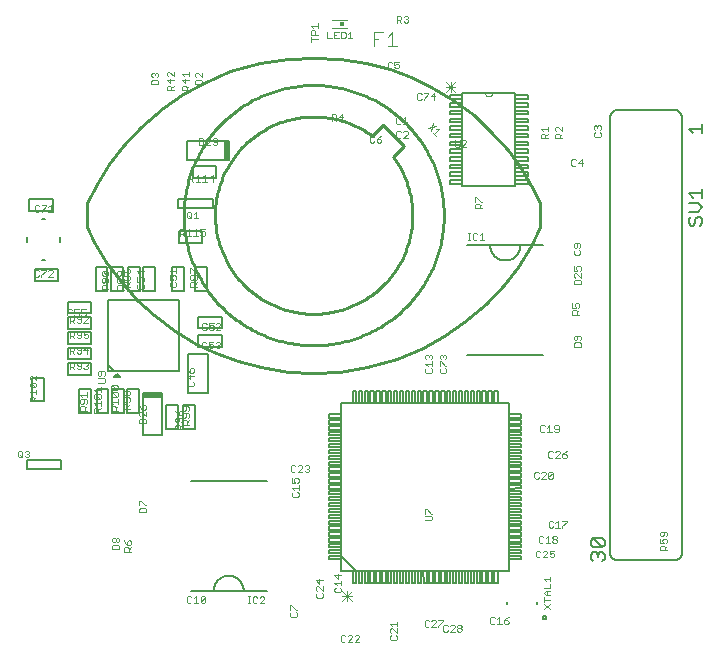
<source format=gto>
G75*
%MOIN*%
%OFA0B0*%
%FSLAX25Y25*%
%IPPOS*%
%LPD*%
%AMOC8*
5,1,8,0,0,1.08239X$1,22.5*
%
%ADD10C,0.00200*%
%ADD11C,0.00500*%
%ADD12C,0.00800*%
%ADD13C,0.00400*%
%ADD14R,0.01181X0.01181*%
%ADD15C,0.00600*%
%ADD16C,0.00300*%
%ADD17C,0.00000*%
%ADD18C,0.01000*%
D10*
X0062481Y0052071D02*
X0062481Y0053222D01*
X0062864Y0053605D01*
X0064399Y0053605D01*
X0064783Y0053222D01*
X0064783Y0052071D01*
X0062481Y0052071D01*
X0062864Y0054373D02*
X0063248Y0054373D01*
X0063632Y0054756D01*
X0063632Y0055524D01*
X0064015Y0055907D01*
X0064399Y0055907D01*
X0064783Y0055524D01*
X0064783Y0054756D01*
X0064399Y0054373D01*
X0064015Y0054373D01*
X0063632Y0054756D01*
X0063632Y0055524D02*
X0063248Y0055907D01*
X0062864Y0055907D01*
X0062481Y0055524D01*
X0062481Y0054756D01*
X0062864Y0054373D01*
X0066390Y0054982D02*
X0066774Y0054215D01*
X0067541Y0053448D01*
X0067541Y0054599D01*
X0067925Y0054982D01*
X0068308Y0054982D01*
X0068692Y0054599D01*
X0068692Y0053831D01*
X0068308Y0053448D01*
X0067541Y0053448D01*
X0067541Y0052680D02*
X0067925Y0052297D01*
X0067925Y0051146D01*
X0068692Y0051146D02*
X0066390Y0051146D01*
X0066390Y0052297D01*
X0066774Y0052680D01*
X0067541Y0052680D01*
X0067925Y0051913D02*
X0068692Y0052680D01*
X0071554Y0064342D02*
X0071554Y0065493D01*
X0071938Y0065876D01*
X0073472Y0065876D01*
X0073856Y0065493D01*
X0073856Y0064342D01*
X0071554Y0064342D01*
X0071554Y0066644D02*
X0071554Y0068178D01*
X0071938Y0068178D01*
X0073472Y0066644D01*
X0073856Y0066644D01*
X0083517Y0092050D02*
X0083517Y0093201D01*
X0083901Y0093585D01*
X0084668Y0093585D01*
X0085052Y0093201D01*
X0085052Y0092050D01*
X0085819Y0092050D02*
X0083517Y0092050D01*
X0085052Y0092818D02*
X0085819Y0093585D01*
X0085777Y0093512D02*
X0085777Y0094663D01*
X0086161Y0095047D01*
X0086928Y0095047D01*
X0087312Y0094663D01*
X0087312Y0093512D01*
X0088079Y0093512D02*
X0085777Y0093512D01*
X0085436Y0094352D02*
X0085819Y0094736D01*
X0085819Y0095503D01*
X0085436Y0095887D01*
X0083901Y0095887D01*
X0083517Y0095503D01*
X0083517Y0094736D01*
X0083901Y0094352D01*
X0084285Y0094352D01*
X0084668Y0094736D01*
X0084668Y0095887D01*
X0084668Y0096654D02*
X0084668Y0097805D01*
X0085052Y0098189D01*
X0085436Y0098189D01*
X0085819Y0097805D01*
X0085819Y0097038D01*
X0085436Y0096654D01*
X0084668Y0096654D01*
X0083901Y0097421D01*
X0083517Y0098189D01*
X0085777Y0098500D02*
X0085777Y0099267D01*
X0086161Y0099651D01*
X0087696Y0099651D01*
X0088079Y0099267D01*
X0088079Y0098500D01*
X0087696Y0098116D01*
X0087696Y0097349D02*
X0086161Y0097349D01*
X0085777Y0096965D01*
X0085777Y0096198D01*
X0086161Y0095814D01*
X0086545Y0095814D01*
X0086928Y0096198D01*
X0086928Y0097349D01*
X0087696Y0097349D02*
X0088079Y0096965D01*
X0088079Y0096198D01*
X0087696Y0095814D01*
X0088079Y0095047D02*
X0087312Y0094280D01*
X0086545Y0098116D02*
X0086161Y0098116D01*
X0085777Y0098500D01*
X0086545Y0098116D02*
X0086928Y0098500D01*
X0086928Y0099651D01*
X0087718Y0106336D02*
X0089252Y0106336D01*
X0089636Y0106719D01*
X0089636Y0107487D01*
X0089252Y0107870D01*
X0088485Y0108638D02*
X0088485Y0110172D01*
X0088485Y0110940D02*
X0088485Y0112091D01*
X0088869Y0112474D01*
X0089252Y0112474D01*
X0089636Y0112091D01*
X0089636Y0111323D01*
X0089252Y0110940D01*
X0088485Y0110940D01*
X0087718Y0111707D01*
X0087334Y0112474D01*
X0087334Y0109789D02*
X0088485Y0108638D01*
X0087718Y0107870D02*
X0087334Y0107487D01*
X0087334Y0106719D01*
X0087718Y0106336D01*
X0087334Y0109789D02*
X0089636Y0109789D01*
X0092726Y0118966D02*
X0093494Y0118966D01*
X0093877Y0119349D01*
X0094645Y0119349D02*
X0095028Y0118966D01*
X0095796Y0118966D01*
X0096179Y0119349D01*
X0096179Y0120116D01*
X0095796Y0120500D01*
X0095412Y0120500D01*
X0094645Y0120116D01*
X0094645Y0121267D01*
X0096179Y0121267D01*
X0096947Y0120884D02*
X0097330Y0121267D01*
X0098098Y0121267D01*
X0098481Y0120884D01*
X0098481Y0120500D01*
X0098098Y0120116D01*
X0098481Y0119733D01*
X0098481Y0119349D01*
X0098098Y0118966D01*
X0097330Y0118966D01*
X0096947Y0119349D01*
X0097714Y0120116D02*
X0098098Y0120116D01*
X0093877Y0120884D02*
X0093494Y0121267D01*
X0092726Y0121267D01*
X0092343Y0120884D01*
X0092343Y0119349D01*
X0092726Y0118966D01*
X0092778Y0125209D02*
X0093545Y0125209D01*
X0093929Y0125593D01*
X0094696Y0125593D02*
X0095080Y0125209D01*
X0095847Y0125209D01*
X0096231Y0125593D01*
X0096231Y0126360D01*
X0095847Y0126744D01*
X0095464Y0126744D01*
X0094696Y0126360D01*
X0094696Y0127511D01*
X0096231Y0127511D01*
X0096998Y0127127D02*
X0097382Y0127511D01*
X0098149Y0127511D01*
X0098533Y0127127D01*
X0098533Y0126744D01*
X0096998Y0125209D01*
X0098533Y0125209D01*
X0093929Y0127127D02*
X0093545Y0127511D01*
X0092778Y0127511D01*
X0092394Y0127127D01*
X0092394Y0125593D01*
X0092778Y0125209D01*
X0090757Y0139524D02*
X0088455Y0139524D01*
X0088455Y0140675D01*
X0088839Y0141059D01*
X0089606Y0141059D01*
X0089990Y0140675D01*
X0089990Y0139524D01*
X0089990Y0140292D02*
X0090757Y0141059D01*
X0090373Y0141826D02*
X0090757Y0142210D01*
X0090757Y0142977D01*
X0090373Y0143361D01*
X0088839Y0143361D01*
X0088455Y0142977D01*
X0088455Y0142210D01*
X0088839Y0141826D01*
X0089222Y0141826D01*
X0089606Y0142210D01*
X0089606Y0143361D01*
X0090373Y0144128D02*
X0090757Y0144128D01*
X0090373Y0144128D02*
X0088839Y0145663D01*
X0088455Y0145663D01*
X0088455Y0144128D01*
X0083882Y0144102D02*
X0083882Y0145636D01*
X0083882Y0144869D02*
X0081580Y0144869D01*
X0082348Y0144102D01*
X0082731Y0143334D02*
X0083499Y0143334D01*
X0083882Y0142951D01*
X0083882Y0142184D01*
X0083499Y0141800D01*
X0083499Y0141033D02*
X0083882Y0140649D01*
X0083882Y0139882D01*
X0083499Y0139498D01*
X0081964Y0139498D01*
X0081580Y0139882D01*
X0081580Y0140649D01*
X0081964Y0141033D01*
X0081580Y0141800D02*
X0082731Y0141800D01*
X0082348Y0142567D01*
X0082348Y0142951D01*
X0082731Y0143334D01*
X0081580Y0143334D02*
X0081580Y0141800D01*
X0073012Y0141561D02*
X0072628Y0141177D01*
X0073012Y0141561D02*
X0073012Y0142328D01*
X0072628Y0142712D01*
X0071861Y0142712D01*
X0071478Y0142328D01*
X0071478Y0141945D01*
X0071861Y0141177D01*
X0070710Y0141177D01*
X0070710Y0142712D01*
X0071861Y0143479D02*
X0070710Y0144630D01*
X0073012Y0144630D01*
X0071861Y0145014D02*
X0071861Y0143479D01*
X0071094Y0140410D02*
X0070710Y0140026D01*
X0070710Y0139259D01*
X0071094Y0138875D01*
X0072628Y0138875D01*
X0073012Y0139259D01*
X0073012Y0140026D01*
X0072628Y0140410D01*
X0068439Y0140985D02*
X0067672Y0140218D01*
X0067672Y0140601D02*
X0067672Y0139450D01*
X0068439Y0139450D02*
X0066137Y0139450D01*
X0066137Y0140601D01*
X0066521Y0140985D01*
X0067288Y0140985D01*
X0067672Y0140601D01*
X0067672Y0141752D02*
X0067288Y0142136D01*
X0067288Y0142903D01*
X0067672Y0143287D01*
X0068055Y0143287D01*
X0068439Y0142903D01*
X0068439Y0142136D01*
X0068055Y0141752D01*
X0067672Y0141752D01*
X0067288Y0142136D02*
X0066904Y0141752D01*
X0066521Y0141752D01*
X0066137Y0142136D01*
X0066137Y0142903D01*
X0066521Y0143287D01*
X0066904Y0143287D01*
X0067288Y0142903D01*
X0066386Y0143580D02*
X0066386Y0144347D01*
X0066003Y0144731D01*
X0064468Y0144731D01*
X0064084Y0144347D01*
X0064084Y0143580D01*
X0064468Y0143196D01*
X0064852Y0143196D01*
X0065235Y0143580D01*
X0065235Y0144731D01*
X0066137Y0145589D02*
X0066521Y0144822D01*
X0067288Y0144054D01*
X0067288Y0145205D01*
X0067672Y0145589D01*
X0068055Y0145589D01*
X0068439Y0145205D01*
X0068439Y0144438D01*
X0068055Y0144054D01*
X0067288Y0144054D01*
X0066386Y0143580D02*
X0066003Y0143196D01*
X0066003Y0142429D02*
X0066386Y0142045D01*
X0066386Y0141278D01*
X0066003Y0140894D01*
X0065619Y0140894D01*
X0065235Y0141278D01*
X0065235Y0142045D01*
X0065619Y0142429D01*
X0066003Y0142429D01*
X0065235Y0142045D02*
X0064852Y0142429D01*
X0064468Y0142429D01*
X0064084Y0142045D01*
X0064084Y0141278D01*
X0064468Y0140894D01*
X0064852Y0140894D01*
X0065235Y0141278D01*
X0065235Y0140127D02*
X0065619Y0139743D01*
X0065619Y0138592D01*
X0066386Y0138592D02*
X0064084Y0138592D01*
X0064084Y0139743D01*
X0064468Y0140127D01*
X0065235Y0140127D01*
X0065619Y0139360D02*
X0066386Y0140127D01*
X0061210Y0140178D02*
X0060442Y0139411D01*
X0060442Y0139794D02*
X0060442Y0138643D01*
X0061210Y0138643D02*
X0058908Y0138643D01*
X0058908Y0139794D01*
X0059291Y0140178D01*
X0060059Y0140178D01*
X0060442Y0139794D01*
X0060826Y0140945D02*
X0061210Y0141329D01*
X0061210Y0142096D01*
X0060826Y0142480D01*
X0059291Y0142480D01*
X0058908Y0142096D01*
X0058908Y0141329D01*
X0059291Y0140945D01*
X0059675Y0140945D01*
X0060059Y0141329D01*
X0060059Y0142480D01*
X0060826Y0143247D02*
X0059291Y0143247D01*
X0058908Y0143631D01*
X0058908Y0144398D01*
X0059291Y0144782D01*
X0060826Y0143247D01*
X0061210Y0143631D01*
X0061210Y0144398D01*
X0060826Y0144782D01*
X0059291Y0144782D01*
X0053588Y0132018D02*
X0052053Y0132018D01*
X0052053Y0130867D01*
X0052821Y0131250D01*
X0053204Y0131250D01*
X0053588Y0130867D01*
X0053588Y0130099D01*
X0053204Y0129716D01*
X0052437Y0129716D01*
X0052053Y0130099D01*
X0051719Y0129797D02*
X0050952Y0129797D01*
X0050568Y0129413D01*
X0050568Y0129029D01*
X0050952Y0128646D01*
X0052103Y0128646D01*
X0052103Y0129413D02*
X0051719Y0129797D01*
X0051286Y0130099D02*
X0050902Y0129716D01*
X0050135Y0129716D01*
X0049751Y0130099D01*
X0049417Y0129797D02*
X0049801Y0129413D01*
X0049801Y0128646D01*
X0049417Y0128262D01*
X0048266Y0128262D01*
X0048266Y0127495D02*
X0048266Y0129797D01*
X0049417Y0129797D01*
X0048984Y0130099D02*
X0048600Y0129716D01*
X0047833Y0129716D01*
X0047449Y0130099D01*
X0047449Y0131634D01*
X0047833Y0132018D01*
X0048600Y0132018D01*
X0048984Y0131634D01*
X0049751Y0132018D02*
X0049751Y0130867D01*
X0050519Y0131250D01*
X0050902Y0131250D01*
X0051286Y0130867D01*
X0051286Y0130099D01*
X0052103Y0129413D02*
X0052103Y0127878D01*
X0051719Y0127495D01*
X0050952Y0127495D01*
X0050568Y0127878D01*
X0049801Y0127495D02*
X0049034Y0128262D01*
X0049751Y0132018D02*
X0051286Y0132018D01*
X0053254Y0129797D02*
X0052870Y0129413D01*
X0053254Y0129797D02*
X0054021Y0129797D01*
X0054405Y0129413D01*
X0054405Y0129029D01*
X0052870Y0127495D01*
X0054405Y0127495D01*
X0054436Y0124721D02*
X0052901Y0124721D01*
X0052901Y0123570D01*
X0053668Y0123954D01*
X0054052Y0123954D01*
X0054436Y0123570D01*
X0054436Y0122803D01*
X0054052Y0122419D01*
X0053285Y0122419D01*
X0052901Y0122803D01*
X0052134Y0122803D02*
X0052134Y0124338D01*
X0051750Y0124721D01*
X0050983Y0124721D01*
X0050599Y0124338D01*
X0050599Y0123954D01*
X0050983Y0123570D01*
X0052134Y0123570D01*
X0052134Y0122803D02*
X0051750Y0122419D01*
X0050983Y0122419D01*
X0050599Y0122803D01*
X0049832Y0122419D02*
X0049064Y0123187D01*
X0049448Y0123187D02*
X0048297Y0123187D01*
X0048297Y0122419D02*
X0048297Y0124721D01*
X0049448Y0124721D01*
X0049832Y0124338D01*
X0049832Y0123570D01*
X0049448Y0123187D01*
X0049418Y0119590D02*
X0049801Y0119207D01*
X0049801Y0118439D01*
X0049418Y0118056D01*
X0048267Y0118056D01*
X0049034Y0118056D02*
X0049801Y0117288D01*
X0050569Y0117672D02*
X0050952Y0117288D01*
X0051720Y0117288D01*
X0052103Y0117672D01*
X0052103Y0119207D01*
X0051720Y0119590D01*
X0050952Y0119590D01*
X0050569Y0119207D01*
X0050569Y0118823D01*
X0050952Y0118439D01*
X0052103Y0118439D01*
X0052871Y0118439D02*
X0054405Y0118439D01*
X0054021Y0117288D02*
X0054021Y0119590D01*
X0052871Y0118439D01*
X0049418Y0119590D02*
X0048267Y0119590D01*
X0048267Y0117288D01*
X0048279Y0114428D02*
X0049430Y0114428D01*
X0049814Y0114045D01*
X0049814Y0113277D01*
X0049430Y0112894D01*
X0048279Y0112894D01*
X0049047Y0112894D02*
X0049814Y0112126D01*
X0050581Y0112510D02*
X0050965Y0112126D01*
X0051732Y0112126D01*
X0052116Y0112510D01*
X0052116Y0114045D01*
X0051732Y0114428D01*
X0050965Y0114428D01*
X0050581Y0114045D01*
X0050581Y0113661D01*
X0050965Y0113277D01*
X0052116Y0113277D01*
X0052883Y0112510D02*
X0053267Y0112126D01*
X0054034Y0112126D01*
X0054418Y0112510D01*
X0054418Y0112894D01*
X0054034Y0113277D01*
X0053651Y0113277D01*
X0054034Y0113277D02*
X0054418Y0113661D01*
X0054418Y0114045D01*
X0054034Y0114428D01*
X0053267Y0114428D01*
X0052883Y0114045D01*
X0048279Y0114428D02*
X0048279Y0112126D01*
X0054094Y0104343D02*
X0054094Y0102809D01*
X0054094Y0103576D02*
X0051792Y0103576D01*
X0052559Y0102809D01*
X0052175Y0102041D02*
X0053710Y0102041D01*
X0054094Y0101658D01*
X0054094Y0100890D01*
X0053710Y0100507D01*
X0052943Y0100890D02*
X0052943Y0102041D01*
X0052175Y0102041D02*
X0051792Y0101658D01*
X0051792Y0100890D01*
X0052175Y0100507D01*
X0052559Y0100507D01*
X0052943Y0100890D01*
X0052943Y0099740D02*
X0053326Y0099356D01*
X0053326Y0098205D01*
X0053326Y0098972D02*
X0054094Y0099740D01*
X0052943Y0099740D02*
X0052175Y0099740D01*
X0051792Y0099356D01*
X0051792Y0098205D01*
X0054094Y0098205D01*
X0056331Y0098736D02*
X0056715Y0099120D01*
X0057482Y0099120D01*
X0057866Y0098736D01*
X0057866Y0097585D01*
X0058633Y0097585D02*
X0056331Y0097585D01*
X0056331Y0098736D01*
X0057099Y0099887D02*
X0056331Y0100655D01*
X0058633Y0100655D01*
X0058633Y0101422D02*
X0058633Y0099887D01*
X0058633Y0099120D02*
X0057866Y0098353D01*
X0062060Y0098210D02*
X0062060Y0099361D01*
X0062444Y0099745D01*
X0063211Y0099745D01*
X0063595Y0099361D01*
X0063595Y0098210D01*
X0064362Y0098210D02*
X0062060Y0098210D01*
X0063595Y0098978D02*
X0064362Y0099745D01*
X0064362Y0100512D02*
X0064362Y0102047D01*
X0064362Y0101280D02*
X0062060Y0101280D01*
X0062827Y0100512D01*
X0062444Y0102814D02*
X0062060Y0103198D01*
X0062060Y0103965D01*
X0062444Y0104349D01*
X0063978Y0102814D01*
X0064362Y0103198D01*
X0064362Y0103965D01*
X0063978Y0104349D01*
X0062444Y0104349D01*
X0062444Y0105116D02*
X0062060Y0105500D01*
X0062060Y0106267D01*
X0062444Y0106651D01*
X0063978Y0105116D01*
X0064362Y0105500D01*
X0064362Y0106267D01*
X0063978Y0106651D01*
X0062444Y0106651D01*
X0062444Y0105116D02*
X0063978Y0105116D01*
X0065982Y0104572D02*
X0065982Y0103805D01*
X0066366Y0103421D01*
X0066749Y0103421D01*
X0067133Y0103805D01*
X0067133Y0104572D01*
X0067516Y0104956D01*
X0067900Y0104956D01*
X0068284Y0104572D01*
X0068284Y0103805D01*
X0067900Y0103421D01*
X0067516Y0103421D01*
X0067133Y0103805D01*
X0067133Y0104572D02*
X0066749Y0104956D01*
X0066366Y0104956D01*
X0065982Y0104572D01*
X0066366Y0102654D02*
X0065982Y0102270D01*
X0065982Y0101503D01*
X0066366Y0101120D01*
X0066749Y0101120D01*
X0067133Y0101503D01*
X0067133Y0102654D01*
X0067900Y0102654D02*
X0066366Y0102654D01*
X0067900Y0102654D02*
X0068284Y0102270D01*
X0068284Y0101503D01*
X0067900Y0101120D01*
X0068284Y0100352D02*
X0067516Y0099585D01*
X0067516Y0099969D02*
X0067516Y0098818D01*
X0068284Y0098818D02*
X0065982Y0098818D01*
X0065982Y0099969D01*
X0066366Y0100352D01*
X0067133Y0100352D01*
X0067516Y0099969D01*
X0063978Y0102814D02*
X0062444Y0102814D01*
X0058633Y0102573D02*
X0058250Y0102189D01*
X0056715Y0103724D01*
X0058250Y0103724D01*
X0058633Y0103340D01*
X0058633Y0102573D01*
X0058250Y0102189D02*
X0056715Y0102189D01*
X0056331Y0102573D01*
X0056331Y0103340D01*
X0056715Y0103724D01*
X0057099Y0104491D02*
X0056331Y0105258D01*
X0058633Y0105258D01*
X0058633Y0104491D02*
X0058633Y0106026D01*
X0057687Y0107544D02*
X0059606Y0107544D01*
X0059989Y0107928D01*
X0059989Y0108695D01*
X0059606Y0109079D01*
X0057687Y0109079D01*
X0058071Y0109846D02*
X0058455Y0109846D01*
X0058838Y0110230D01*
X0058838Y0111381D01*
X0058071Y0111381D02*
X0057687Y0110997D01*
X0057687Y0110230D01*
X0058071Y0109846D01*
X0059606Y0109846D02*
X0059989Y0110230D01*
X0059989Y0110997D01*
X0059606Y0111381D01*
X0058071Y0111381D01*
X0071400Y0100138D02*
X0071783Y0099371D01*
X0072551Y0098604D01*
X0072551Y0099754D01*
X0072934Y0100138D01*
X0073318Y0100138D01*
X0073702Y0099754D01*
X0073702Y0098987D01*
X0073318Y0098604D01*
X0072551Y0098604D01*
X0072167Y0097836D02*
X0071783Y0097836D01*
X0071400Y0097453D01*
X0071400Y0096685D01*
X0071783Y0096302D01*
X0071783Y0095534D02*
X0071400Y0095151D01*
X0071400Y0094000D01*
X0073702Y0094000D01*
X0073702Y0095151D01*
X0073318Y0095534D01*
X0071783Y0095534D01*
X0073702Y0096302D02*
X0072167Y0097836D01*
X0073702Y0097836D02*
X0073702Y0096302D01*
X0037209Y0101414D02*
X0034907Y0101414D01*
X0034907Y0102565D01*
X0035290Y0102948D01*
X0036058Y0102948D01*
X0036441Y0102565D01*
X0036441Y0101414D01*
X0036441Y0102181D02*
X0037209Y0102948D01*
X0037209Y0103716D02*
X0037209Y0105250D01*
X0037209Y0104483D02*
X0034907Y0104483D01*
X0035674Y0103716D01*
X0035290Y0106018D02*
X0034907Y0106401D01*
X0034907Y0107169D01*
X0035290Y0107552D01*
X0036825Y0106018D01*
X0037209Y0106401D01*
X0037209Y0107169D01*
X0036825Y0107552D01*
X0035290Y0107552D01*
X0035290Y0108320D02*
X0034907Y0108703D01*
X0034907Y0109471D01*
X0035290Y0109854D01*
X0035674Y0109854D01*
X0037209Y0108320D01*
X0037209Y0109854D01*
X0036825Y0106018D02*
X0035290Y0106018D01*
X0036904Y0142943D02*
X0036520Y0143327D01*
X0036520Y0144861D01*
X0036904Y0145245D01*
X0037671Y0145245D01*
X0038055Y0144861D01*
X0038822Y0145245D02*
X0040357Y0145245D01*
X0040357Y0144861D01*
X0038822Y0143327D01*
X0038822Y0142943D01*
X0038055Y0143327D02*
X0037671Y0142943D01*
X0036904Y0142943D01*
X0041124Y0142943D02*
X0042659Y0144478D01*
X0042659Y0144861D01*
X0042275Y0145245D01*
X0041508Y0145245D01*
X0041124Y0144861D01*
X0041124Y0142943D02*
X0042659Y0142943D01*
X0042745Y0164512D02*
X0041210Y0164512D01*
X0041977Y0164512D02*
X0041977Y0166814D01*
X0041210Y0166047D01*
X0040443Y0166430D02*
X0038908Y0164896D01*
X0038908Y0164512D01*
X0038141Y0164896D02*
X0037757Y0164512D01*
X0036990Y0164512D01*
X0036606Y0164896D01*
X0036606Y0166430D01*
X0036990Y0166814D01*
X0037757Y0166814D01*
X0038141Y0166430D01*
X0038908Y0166814D02*
X0040443Y0166814D01*
X0040443Y0166430D01*
X0075548Y0207030D02*
X0075548Y0208181D01*
X0075932Y0208565D01*
X0077467Y0208565D01*
X0077850Y0208181D01*
X0077850Y0207030D01*
X0075548Y0207030D01*
X0075932Y0209332D02*
X0075548Y0209716D01*
X0075548Y0210483D01*
X0075932Y0210867D01*
X0076316Y0210867D01*
X0076699Y0210483D01*
X0077083Y0210867D01*
X0077467Y0210867D01*
X0077850Y0210483D01*
X0077850Y0209716D01*
X0077467Y0209332D01*
X0076699Y0210099D02*
X0076699Y0210483D01*
X0080629Y0210818D02*
X0081013Y0211201D01*
X0081396Y0211201D01*
X0082931Y0209667D01*
X0082931Y0211201D01*
X0080629Y0210818D02*
X0080629Y0210050D01*
X0081013Y0209667D01*
X0081780Y0208900D02*
X0081780Y0207365D01*
X0080629Y0208516D01*
X0082931Y0208516D01*
X0082931Y0206598D02*
X0082163Y0205830D01*
X0082163Y0206214D02*
X0082163Y0205063D01*
X0082931Y0205063D02*
X0080629Y0205063D01*
X0080629Y0206214D01*
X0081013Y0206598D01*
X0081780Y0206598D01*
X0082163Y0206214D01*
X0085713Y0206240D02*
X0085713Y0205089D01*
X0088015Y0205089D01*
X0087248Y0205089D02*
X0087248Y0206240D01*
X0086864Y0206624D01*
X0086097Y0206624D01*
X0085713Y0206240D01*
X0087248Y0205856D02*
X0088015Y0206624D01*
X0086864Y0207391D02*
X0086864Y0208926D01*
X0086480Y0209693D02*
X0085713Y0210460D01*
X0088015Y0210460D01*
X0088015Y0209693D02*
X0088015Y0211228D01*
X0090172Y0210472D02*
X0090172Y0209705D01*
X0090555Y0209321D01*
X0090555Y0208554D02*
X0090172Y0208170D01*
X0090172Y0207019D01*
X0092474Y0207019D01*
X0092474Y0208170D01*
X0092090Y0208554D01*
X0090555Y0208554D01*
X0090172Y0210472D02*
X0090555Y0210856D01*
X0090939Y0210856D01*
X0092474Y0209321D01*
X0092474Y0210856D01*
X0088015Y0208542D02*
X0085713Y0208542D01*
X0086864Y0207391D01*
X0091319Y0189020D02*
X0092470Y0189020D01*
X0092853Y0188637D01*
X0092853Y0187102D01*
X0092470Y0186718D01*
X0091319Y0186718D01*
X0091319Y0189020D01*
X0093621Y0188637D02*
X0094004Y0189020D01*
X0094772Y0189020D01*
X0095155Y0188637D01*
X0095155Y0188253D01*
X0093621Y0186718D01*
X0095155Y0186718D01*
X0095923Y0187102D02*
X0096306Y0186718D01*
X0097074Y0186718D01*
X0097457Y0187102D01*
X0097457Y0188637D01*
X0097074Y0189020D01*
X0096306Y0189020D01*
X0095923Y0188637D01*
X0095923Y0188253D01*
X0096306Y0187869D01*
X0097457Y0187869D01*
X0095997Y0176873D02*
X0094846Y0175722D01*
X0096381Y0175722D01*
X0095997Y0174571D02*
X0095997Y0176873D01*
X0093311Y0176873D02*
X0093311Y0174571D01*
X0092544Y0174571D02*
X0094079Y0174571D01*
X0092544Y0176106D02*
X0093311Y0176873D01*
X0091009Y0176873D02*
X0091009Y0174571D01*
X0090242Y0174571D02*
X0091777Y0174571D01*
X0090242Y0176106D02*
X0091009Y0176873D01*
X0089475Y0176490D02*
X0089475Y0175722D01*
X0089091Y0175339D01*
X0087940Y0175339D01*
X0088707Y0175339D02*
X0089475Y0174571D01*
X0087940Y0174571D02*
X0087940Y0176873D01*
X0089091Y0176873D01*
X0089475Y0176490D01*
X0090284Y0158826D02*
X0090284Y0156524D01*
X0089517Y0156524D02*
X0091051Y0156524D01*
X0091819Y0156907D02*
X0092202Y0156524D01*
X0092970Y0156524D01*
X0093353Y0156907D01*
X0093353Y0157675D01*
X0092970Y0158058D01*
X0092586Y0158058D01*
X0091819Y0157675D01*
X0091819Y0158826D01*
X0093353Y0158826D01*
X0090284Y0158826D02*
X0089517Y0158058D01*
X0088749Y0156524D02*
X0087215Y0156524D01*
X0087982Y0156524D02*
X0087982Y0158826D01*
X0087215Y0158058D01*
X0086447Y0157675D02*
X0086064Y0157291D01*
X0084913Y0157291D01*
X0085680Y0157291D02*
X0086447Y0156524D01*
X0086447Y0157675D02*
X0086447Y0158442D01*
X0086064Y0158826D01*
X0084913Y0158826D01*
X0084913Y0156524D01*
X0135689Y0194903D02*
X0135689Y0197205D01*
X0136840Y0197205D01*
X0137224Y0196821D01*
X0137224Y0196054D01*
X0136840Y0195670D01*
X0135689Y0195670D01*
X0136457Y0195670D02*
X0137224Y0194903D01*
X0137991Y0196054D02*
X0139526Y0196054D01*
X0139142Y0197205D02*
X0137991Y0196054D01*
X0139142Y0194903D02*
X0139142Y0197205D01*
X0148344Y0189518D02*
X0148344Y0187983D01*
X0148728Y0187600D01*
X0149495Y0187600D01*
X0149879Y0187983D01*
X0150646Y0187983D02*
X0151030Y0187600D01*
X0151797Y0187600D01*
X0152181Y0187983D01*
X0152181Y0188367D01*
X0151797Y0188751D01*
X0150646Y0188751D01*
X0150646Y0187983D01*
X0150646Y0188751D02*
X0151414Y0189518D01*
X0152181Y0189902D01*
X0149879Y0189518D02*
X0149495Y0189902D01*
X0148728Y0189902D01*
X0148344Y0189518D01*
X0157161Y0189464D02*
X0157545Y0189081D01*
X0158312Y0189081D01*
X0158696Y0189464D01*
X0159463Y0189081D02*
X0160998Y0190615D01*
X0160998Y0190999D01*
X0160614Y0191382D01*
X0159847Y0191382D01*
X0159463Y0190999D01*
X0158696Y0190999D02*
X0158312Y0191382D01*
X0157545Y0191382D01*
X0157161Y0190999D01*
X0157161Y0189464D01*
X0159463Y0189081D02*
X0160998Y0189081D01*
X0160990Y0193777D02*
X0159455Y0193777D01*
X0160223Y0193777D02*
X0160223Y0196079D01*
X0159455Y0195312D01*
X0158688Y0195695D02*
X0158304Y0196079D01*
X0157537Y0196079D01*
X0157153Y0195695D01*
X0157153Y0194161D01*
X0157537Y0193777D01*
X0158304Y0193777D01*
X0158688Y0194161D01*
X0167641Y0192504D02*
X0170353Y0193046D01*
X0170353Y0191961D02*
X0171439Y0191961D01*
X0169811Y0190333D01*
X0170353Y0189791D02*
X0169268Y0190876D01*
X0168726Y0191419D02*
X0169268Y0194131D01*
X0169805Y0201834D02*
X0169805Y0204136D01*
X0168654Y0202985D01*
X0170188Y0202985D01*
X0167886Y0203753D02*
X0166352Y0202218D01*
X0166352Y0201834D01*
X0165584Y0202218D02*
X0165201Y0201834D01*
X0164433Y0201834D01*
X0164050Y0202218D01*
X0164050Y0203753D01*
X0164433Y0204136D01*
X0165201Y0204136D01*
X0165584Y0203753D01*
X0166352Y0204136D02*
X0167886Y0204136D01*
X0167886Y0203753D01*
X0158077Y0212695D02*
X0157694Y0212311D01*
X0156926Y0212311D01*
X0156543Y0212695D01*
X0156543Y0213462D02*
X0157310Y0213846D01*
X0157694Y0213846D01*
X0158077Y0213462D01*
X0158077Y0212695D01*
X0156543Y0213462D02*
X0156543Y0214613D01*
X0158077Y0214613D01*
X0155775Y0214230D02*
X0155392Y0214613D01*
X0154624Y0214613D01*
X0154241Y0214230D01*
X0154241Y0212695D01*
X0154624Y0212311D01*
X0155392Y0212311D01*
X0155775Y0212695D01*
X0142542Y0222316D02*
X0141008Y0222316D01*
X0141775Y0222316D02*
X0141775Y0224618D01*
X0141008Y0223850D01*
X0140240Y0224234D02*
X0139857Y0224618D01*
X0138706Y0224618D01*
X0138706Y0222316D01*
X0139857Y0222316D01*
X0140240Y0222699D01*
X0140240Y0224234D01*
X0137939Y0224618D02*
X0136404Y0224618D01*
X0136404Y0222316D01*
X0137939Y0222316D01*
X0137171Y0223467D02*
X0136404Y0223467D01*
X0135637Y0222316D02*
X0134102Y0222316D01*
X0134102Y0224618D01*
X0157342Y0227587D02*
X0157342Y0229889D01*
X0158493Y0229889D01*
X0158877Y0229505D01*
X0158877Y0228738D01*
X0158493Y0228354D01*
X0157342Y0228354D01*
X0158110Y0228354D02*
X0158877Y0227587D01*
X0159644Y0227970D02*
X0160028Y0227587D01*
X0160795Y0227587D01*
X0161179Y0227970D01*
X0161179Y0228354D01*
X0160795Y0228738D01*
X0160412Y0228738D01*
X0160795Y0228738D02*
X0161179Y0229121D01*
X0161179Y0229505D01*
X0160795Y0229889D01*
X0160028Y0229889D01*
X0159644Y0229505D01*
X0176717Y0188524D02*
X0176717Y0186606D01*
X0177100Y0186222D01*
X0177868Y0186222D01*
X0178251Y0186606D01*
X0178251Y0188524D01*
X0179019Y0188140D02*
X0179402Y0188524D01*
X0180170Y0188524D01*
X0180553Y0188140D01*
X0180553Y0187757D01*
X0179019Y0186222D01*
X0180553Y0186222D01*
X0183455Y0169481D02*
X0183839Y0169481D01*
X0185373Y0167947D01*
X0185757Y0167947D01*
X0185757Y0167179D02*
X0184990Y0166412D01*
X0184990Y0166796D02*
X0184990Y0165645D01*
X0185757Y0165645D02*
X0183455Y0165645D01*
X0183455Y0166796D01*
X0183839Y0167179D01*
X0184606Y0167179D01*
X0184990Y0166796D01*
X0183455Y0167947D02*
X0183455Y0169481D01*
X0183773Y0157516D02*
X0183005Y0157516D01*
X0182622Y0157133D01*
X0182622Y0155598D01*
X0183005Y0155214D01*
X0183773Y0155214D01*
X0184156Y0155598D01*
X0184924Y0155214D02*
X0186458Y0155214D01*
X0185691Y0155214D02*
X0185691Y0157516D01*
X0184924Y0156749D01*
X0184156Y0157133D02*
X0183773Y0157516D01*
X0181854Y0157516D02*
X0181087Y0157516D01*
X0181471Y0157516D02*
X0181471Y0155214D01*
X0181854Y0155214D02*
X0181087Y0155214D01*
X0205328Y0189078D02*
X0205328Y0190229D01*
X0205711Y0190613D01*
X0206479Y0190613D01*
X0206862Y0190229D01*
X0206862Y0189078D01*
X0207630Y0189078D02*
X0205328Y0189078D01*
X0206862Y0189846D02*
X0207630Y0190613D01*
X0207630Y0191380D02*
X0207630Y0192915D01*
X0207630Y0192148D02*
X0205328Y0192148D01*
X0206095Y0191380D01*
X0210173Y0191758D02*
X0210556Y0191375D01*
X0210173Y0191758D02*
X0210173Y0192526D01*
X0210556Y0192909D01*
X0210940Y0192909D01*
X0212475Y0191375D01*
X0212475Y0192909D01*
X0212475Y0190607D02*
X0211707Y0189840D01*
X0211707Y0190224D02*
X0211707Y0189073D01*
X0212475Y0189073D02*
X0210173Y0189073D01*
X0210173Y0190224D01*
X0210556Y0190607D01*
X0211324Y0190607D01*
X0211707Y0190224D01*
X0215914Y0182090D02*
X0215531Y0181706D01*
X0215531Y0180171D01*
X0215914Y0179788D01*
X0216682Y0179788D01*
X0217065Y0180171D01*
X0217833Y0180939D02*
X0218984Y0182090D01*
X0218984Y0179788D01*
X0219367Y0180939D02*
X0217833Y0180939D01*
X0217065Y0181706D02*
X0216682Y0182090D01*
X0215914Y0182090D01*
X0223388Y0189466D02*
X0223004Y0189850D01*
X0223004Y0190617D01*
X0223388Y0191001D01*
X0223388Y0191768D02*
X0223004Y0192152D01*
X0223004Y0192919D01*
X0223388Y0193303D01*
X0223772Y0193303D01*
X0224155Y0192919D01*
X0224539Y0193303D01*
X0224923Y0193303D01*
X0225306Y0192919D01*
X0225306Y0192152D01*
X0224923Y0191768D01*
X0224923Y0191001D02*
X0225306Y0190617D01*
X0225306Y0189850D01*
X0224923Y0189466D01*
X0223388Y0189466D01*
X0224155Y0192535D02*
X0224155Y0192919D01*
X0218164Y0154096D02*
X0216629Y0154096D01*
X0216245Y0153712D01*
X0216245Y0152945D01*
X0216629Y0152561D01*
X0217013Y0152561D01*
X0217396Y0152945D01*
X0217396Y0154096D01*
X0218164Y0154096D02*
X0218547Y0153712D01*
X0218547Y0152945D01*
X0218164Y0152561D01*
X0218164Y0151794D02*
X0218547Y0151410D01*
X0218547Y0150643D01*
X0218164Y0150259D01*
X0216629Y0150259D01*
X0216245Y0150643D01*
X0216245Y0151410D01*
X0216629Y0151794D01*
X0216313Y0146442D02*
X0216313Y0144907D01*
X0217464Y0144907D01*
X0217081Y0145675D01*
X0217081Y0146058D01*
X0217464Y0146442D01*
X0218232Y0146442D01*
X0218615Y0146058D01*
X0218615Y0145291D01*
X0218232Y0144907D01*
X0218615Y0144140D02*
X0218615Y0142605D01*
X0217081Y0144140D01*
X0216697Y0144140D01*
X0216313Y0143756D01*
X0216313Y0142989D01*
X0216697Y0142605D01*
X0216697Y0141838D02*
X0216313Y0141454D01*
X0216313Y0140303D01*
X0218615Y0140303D01*
X0218615Y0141454D01*
X0218232Y0141838D01*
X0216697Y0141838D01*
X0216984Y0134076D02*
X0217751Y0134076D01*
X0218135Y0133693D01*
X0218135Y0132925D01*
X0217751Y0132542D01*
X0216984Y0132542D02*
X0216600Y0133309D01*
X0216600Y0133693D01*
X0216984Y0134076D01*
X0215833Y0134076D02*
X0215833Y0132542D01*
X0216984Y0132542D01*
X0216984Y0131775D02*
X0217367Y0131391D01*
X0217367Y0130240D01*
X0217367Y0131007D02*
X0218135Y0131775D01*
X0216984Y0131775D02*
X0216216Y0131775D01*
X0215833Y0131391D01*
X0215833Y0130240D01*
X0218135Y0130240D01*
X0218234Y0123262D02*
X0216699Y0123262D01*
X0216316Y0122878D01*
X0216316Y0122111D01*
X0216699Y0121727D01*
X0217083Y0121727D01*
X0217467Y0122111D01*
X0217467Y0123262D01*
X0218234Y0123262D02*
X0218618Y0122878D01*
X0218618Y0122111D01*
X0218234Y0121727D01*
X0218234Y0120960D02*
X0216699Y0120960D01*
X0216316Y0120576D01*
X0216316Y0119426D01*
X0218618Y0119426D01*
X0218618Y0120576D01*
X0218234Y0120960D01*
X0210897Y0093362D02*
X0210130Y0093362D01*
X0209746Y0092978D01*
X0209746Y0092594D01*
X0210130Y0092211D01*
X0211281Y0092211D01*
X0211281Y0092978D02*
X0210897Y0093362D01*
X0211281Y0092978D02*
X0211281Y0091443D01*
X0210897Y0091060D01*
X0210130Y0091060D01*
X0209746Y0091443D01*
X0208979Y0091060D02*
X0207444Y0091060D01*
X0208212Y0091060D02*
X0208212Y0093362D01*
X0207444Y0092594D01*
X0206677Y0092978D02*
X0206293Y0093362D01*
X0205526Y0093362D01*
X0205142Y0092978D01*
X0205142Y0091443D01*
X0205526Y0091060D01*
X0206293Y0091060D01*
X0206677Y0091443D01*
X0208272Y0084805D02*
X0207889Y0084422D01*
X0207889Y0082887D01*
X0208272Y0082503D01*
X0209040Y0082503D01*
X0209423Y0082887D01*
X0210191Y0082503D02*
X0211725Y0084038D01*
X0211725Y0084422D01*
X0211342Y0084805D01*
X0210574Y0084805D01*
X0210191Y0084422D01*
X0209423Y0084422D02*
X0209040Y0084805D01*
X0208272Y0084805D01*
X0210191Y0082503D02*
X0211725Y0082503D01*
X0212493Y0082887D02*
X0212876Y0082503D01*
X0213644Y0082503D01*
X0214027Y0082887D01*
X0214027Y0083271D01*
X0213644Y0083654D01*
X0212493Y0083654D01*
X0212493Y0082887D01*
X0212493Y0083654D02*
X0213260Y0084422D01*
X0214027Y0084805D01*
X0208935Y0077904D02*
X0209319Y0077520D01*
X0207784Y0075985D01*
X0208168Y0075602D01*
X0208935Y0075602D01*
X0209319Y0075985D01*
X0209319Y0077520D01*
X0208935Y0077904D02*
X0208168Y0077904D01*
X0207784Y0077520D01*
X0207784Y0075985D01*
X0207017Y0075602D02*
X0205483Y0075602D01*
X0207017Y0077136D01*
X0207017Y0077520D01*
X0206634Y0077904D01*
X0205866Y0077904D01*
X0205483Y0077520D01*
X0204715Y0077520D02*
X0204332Y0077904D01*
X0203564Y0077904D01*
X0203181Y0077520D01*
X0203181Y0075985D01*
X0203564Y0075602D01*
X0204332Y0075602D01*
X0204715Y0075985D01*
X0208294Y0061548D02*
X0207911Y0061165D01*
X0207911Y0059630D01*
X0208294Y0059246D01*
X0209062Y0059246D01*
X0209445Y0059630D01*
X0210213Y0059246D02*
X0211747Y0059246D01*
X0210980Y0059246D02*
X0210980Y0061548D01*
X0210213Y0060781D01*
X0209445Y0061165D02*
X0209062Y0061548D01*
X0208294Y0061548D01*
X0212515Y0061548D02*
X0214049Y0061548D01*
X0214049Y0061165D01*
X0212515Y0059630D01*
X0212515Y0059246D01*
X0210362Y0056457D02*
X0210746Y0056074D01*
X0210746Y0055690D01*
X0210362Y0055306D01*
X0209595Y0055306D01*
X0209211Y0055690D01*
X0209211Y0056074D01*
X0209595Y0056457D01*
X0210362Y0056457D01*
X0210362Y0055306D02*
X0210746Y0054923D01*
X0210746Y0054539D01*
X0210362Y0054155D01*
X0209595Y0054155D01*
X0209211Y0054539D01*
X0209211Y0054923D01*
X0209595Y0055306D01*
X0208444Y0054155D02*
X0206909Y0054155D01*
X0207677Y0054155D02*
X0207677Y0056457D01*
X0206909Y0055690D01*
X0206142Y0056074D02*
X0205758Y0056457D01*
X0204991Y0056457D01*
X0204607Y0056074D01*
X0204607Y0054539D01*
X0204991Y0054155D01*
X0205758Y0054155D01*
X0206142Y0054539D01*
X0206365Y0051625D02*
X0205981Y0051241D01*
X0206365Y0051625D02*
X0207132Y0051625D01*
X0207516Y0051241D01*
X0207516Y0050857D01*
X0205981Y0049323D01*
X0207516Y0049323D01*
X0208283Y0049706D02*
X0208667Y0049323D01*
X0209434Y0049323D01*
X0209818Y0049706D01*
X0209818Y0050474D01*
X0209434Y0050857D01*
X0209051Y0050857D01*
X0208283Y0050474D01*
X0208283Y0051625D01*
X0209818Y0051625D01*
X0205214Y0051241D02*
X0204830Y0051625D01*
X0204063Y0051625D01*
X0203680Y0051241D01*
X0203680Y0049706D01*
X0204063Y0049323D01*
X0204830Y0049323D01*
X0205214Y0049706D01*
X0194566Y0029477D02*
X0193799Y0029093D01*
X0193031Y0028326D01*
X0194182Y0028326D01*
X0194566Y0027942D01*
X0194566Y0027558D01*
X0194182Y0027175D01*
X0193415Y0027175D01*
X0193031Y0027558D01*
X0193031Y0028326D01*
X0192264Y0027175D02*
X0190729Y0027175D01*
X0191497Y0027175D02*
X0191497Y0029477D01*
X0190729Y0028709D01*
X0189962Y0029093D02*
X0189578Y0029477D01*
X0188811Y0029477D01*
X0188427Y0029093D01*
X0188427Y0027558D01*
X0188811Y0027175D01*
X0189578Y0027175D01*
X0189962Y0027558D01*
X0178928Y0026498D02*
X0178928Y0026115D01*
X0178544Y0025731D01*
X0177777Y0025731D01*
X0177393Y0026115D01*
X0177393Y0026498D01*
X0177777Y0026882D01*
X0178544Y0026882D01*
X0178928Y0026498D01*
X0178544Y0025731D02*
X0178928Y0025347D01*
X0178928Y0024964D01*
X0178544Y0024580D01*
X0177777Y0024580D01*
X0177393Y0024964D01*
X0177393Y0025347D01*
X0177777Y0025731D01*
X0176626Y0026115D02*
X0176626Y0026498D01*
X0176242Y0026882D01*
X0175475Y0026882D01*
X0175091Y0026498D01*
X0174324Y0026498D02*
X0173940Y0026882D01*
X0173173Y0026882D01*
X0172789Y0026498D01*
X0172789Y0024964D01*
X0173173Y0024580D01*
X0173940Y0024580D01*
X0174324Y0024964D01*
X0175091Y0024580D02*
X0176626Y0026115D01*
X0176626Y0024580D02*
X0175091Y0024580D01*
X0171194Y0026139D02*
X0171194Y0026523D01*
X0172728Y0028057D01*
X0172728Y0028441D01*
X0171194Y0028441D01*
X0170426Y0028057D02*
X0170043Y0028441D01*
X0169275Y0028441D01*
X0168892Y0028057D01*
X0168124Y0028057D02*
X0167741Y0028441D01*
X0166973Y0028441D01*
X0166590Y0028057D01*
X0166590Y0026523D01*
X0166973Y0026139D01*
X0167741Y0026139D01*
X0168124Y0026523D01*
X0168892Y0026139D02*
X0170426Y0027674D01*
X0170426Y0028057D01*
X0170426Y0026139D02*
X0168892Y0026139D01*
X0157354Y0026405D02*
X0157354Y0027940D01*
X0157354Y0027173D02*
X0155052Y0027173D01*
X0155820Y0026405D01*
X0155820Y0025638D02*
X0155436Y0025638D01*
X0155052Y0025254D01*
X0155052Y0024487D01*
X0155436Y0024103D01*
X0155436Y0023336D02*
X0155052Y0022952D01*
X0155052Y0022185D01*
X0155436Y0021801D01*
X0156971Y0021801D01*
X0157354Y0022185D01*
X0157354Y0022952D01*
X0156971Y0023336D01*
X0157354Y0024103D02*
X0155820Y0025638D01*
X0157354Y0025638D02*
X0157354Y0024103D01*
X0144789Y0023037D02*
X0144405Y0023421D01*
X0143638Y0023421D01*
X0143254Y0023037D01*
X0142487Y0023037D02*
X0142103Y0023421D01*
X0141336Y0023421D01*
X0140952Y0023037D01*
X0140185Y0023037D02*
X0139801Y0023421D01*
X0139034Y0023421D01*
X0138650Y0023037D01*
X0138650Y0021502D01*
X0139034Y0021119D01*
X0139801Y0021119D01*
X0140185Y0021502D01*
X0140952Y0021119D02*
X0142487Y0022653D01*
X0142487Y0023037D01*
X0142487Y0021119D02*
X0140952Y0021119D01*
X0143254Y0021119D02*
X0144789Y0022653D01*
X0144789Y0023037D01*
X0144789Y0021119D02*
X0143254Y0021119D01*
X0132321Y0035914D02*
X0130786Y0035914D01*
X0130403Y0036298D01*
X0130403Y0037065D01*
X0130786Y0037449D01*
X0130786Y0038216D02*
X0130403Y0038600D01*
X0130403Y0039367D01*
X0130786Y0039751D01*
X0131170Y0039751D01*
X0132705Y0038216D01*
X0132705Y0039751D01*
X0131554Y0040518D02*
X0130403Y0041669D01*
X0132705Y0041669D01*
X0131554Y0042053D02*
X0131554Y0040518D01*
X0132321Y0037449D02*
X0132705Y0037065D01*
X0132705Y0036298D01*
X0132321Y0035914D01*
X0136558Y0038069D02*
X0136942Y0037685D01*
X0138476Y0037685D01*
X0138860Y0038069D01*
X0138860Y0038836D01*
X0138476Y0039220D01*
X0138860Y0039987D02*
X0138860Y0041522D01*
X0138860Y0040755D02*
X0136558Y0040755D01*
X0137325Y0039987D01*
X0136942Y0039220D02*
X0136558Y0038836D01*
X0136558Y0038069D01*
X0137709Y0042289D02*
X0137709Y0043824D01*
X0138860Y0043440D02*
X0136558Y0043440D01*
X0137709Y0042289D01*
X0124105Y0031781D02*
X0123722Y0031781D01*
X0122187Y0033316D01*
X0121804Y0033316D01*
X0121804Y0031781D01*
X0122187Y0031014D02*
X0121804Y0030630D01*
X0121804Y0029863D01*
X0122187Y0029479D01*
X0123722Y0029479D01*
X0124105Y0029863D01*
X0124105Y0030630D01*
X0123722Y0031014D01*
X0113116Y0034030D02*
X0111581Y0034030D01*
X0113116Y0035564D01*
X0113116Y0035948D01*
X0112732Y0036332D01*
X0111965Y0036332D01*
X0111581Y0035948D01*
X0110814Y0035948D02*
X0110430Y0036332D01*
X0109663Y0036332D01*
X0109279Y0035948D01*
X0109279Y0034413D01*
X0109663Y0034030D01*
X0110430Y0034030D01*
X0110814Y0034413D01*
X0108512Y0034030D02*
X0107745Y0034030D01*
X0108128Y0034030D02*
X0108128Y0036332D01*
X0107745Y0036332D02*
X0108512Y0036332D01*
X0093497Y0036097D02*
X0091962Y0034562D01*
X0092346Y0034179D01*
X0093113Y0034179D01*
X0093497Y0034562D01*
X0093497Y0036097D01*
X0093113Y0036481D01*
X0092346Y0036481D01*
X0091962Y0036097D01*
X0091962Y0034562D01*
X0091195Y0034179D02*
X0089660Y0034179D01*
X0090428Y0034179D02*
X0090428Y0036481D01*
X0089660Y0035713D01*
X0088893Y0036097D02*
X0088509Y0036481D01*
X0087742Y0036481D01*
X0087358Y0036097D01*
X0087358Y0034562D01*
X0087742Y0034179D01*
X0088509Y0034179D01*
X0088893Y0034562D01*
X0122665Y0069542D02*
X0124200Y0069542D01*
X0124583Y0069925D01*
X0124583Y0070693D01*
X0124200Y0071076D01*
X0124583Y0071844D02*
X0124583Y0073378D01*
X0124583Y0072611D02*
X0122281Y0072611D01*
X0123049Y0071844D01*
X0122665Y0071076D02*
X0122281Y0070693D01*
X0122281Y0069925D01*
X0122665Y0069542D01*
X0122281Y0074146D02*
X0123432Y0074146D01*
X0123049Y0074913D01*
X0123049Y0075297D01*
X0123432Y0075680D01*
X0124200Y0075680D01*
X0124583Y0075297D01*
X0124583Y0074529D01*
X0124200Y0074146D01*
X0122281Y0074146D02*
X0122281Y0075680D01*
X0122397Y0077728D02*
X0123165Y0077728D01*
X0123548Y0078111D01*
X0124316Y0077728D02*
X0125850Y0079262D01*
X0125850Y0079646D01*
X0125467Y0080030D01*
X0124699Y0080030D01*
X0124316Y0079646D01*
X0123548Y0079646D02*
X0123165Y0080030D01*
X0122397Y0080030D01*
X0122014Y0079646D01*
X0122014Y0078111D01*
X0122397Y0077728D01*
X0124316Y0077728D02*
X0125850Y0077728D01*
X0126618Y0078111D02*
X0127001Y0077728D01*
X0127769Y0077728D01*
X0128152Y0078111D01*
X0128152Y0078495D01*
X0127769Y0078879D01*
X0127385Y0078879D01*
X0127769Y0078879D02*
X0128152Y0079262D01*
X0128152Y0079646D01*
X0127769Y0080030D01*
X0127001Y0080030D01*
X0126618Y0079646D01*
X0166880Y0065466D02*
X0166880Y0063931D01*
X0166880Y0063164D02*
X0168799Y0063164D01*
X0169182Y0062780D01*
X0169182Y0062013D01*
X0168799Y0061629D01*
X0166880Y0061629D01*
X0168799Y0063931D02*
X0167264Y0065466D01*
X0166880Y0065466D01*
X0168799Y0063931D02*
X0169182Y0063931D01*
X0168732Y0110811D02*
X0167198Y0110811D01*
X0166814Y0111195D01*
X0166814Y0111962D01*
X0167198Y0112346D01*
X0167581Y0113113D02*
X0166814Y0113880D01*
X0169116Y0113880D01*
X0169116Y0113113D02*
X0169116Y0114648D01*
X0168732Y0115415D02*
X0169116Y0115799D01*
X0169116Y0116566D01*
X0168732Y0116950D01*
X0168349Y0116950D01*
X0167965Y0116566D01*
X0167965Y0116182D01*
X0167965Y0116566D02*
X0167581Y0116950D01*
X0167198Y0116950D01*
X0166814Y0116566D01*
X0166814Y0115799D01*
X0167198Y0115415D01*
X0168732Y0112346D02*
X0169116Y0111962D01*
X0169116Y0111195D01*
X0168732Y0110811D01*
X0171594Y0111198D02*
X0171978Y0110814D01*
X0173512Y0110814D01*
X0173896Y0111198D01*
X0173896Y0111965D01*
X0173512Y0112349D01*
X0173512Y0113116D02*
X0173896Y0113116D01*
X0173512Y0113116D02*
X0171978Y0114651D01*
X0171594Y0114651D01*
X0171594Y0113116D01*
X0171978Y0112349D02*
X0171594Y0111965D01*
X0171594Y0111198D01*
X0171978Y0115418D02*
X0171594Y0115802D01*
X0171594Y0116569D01*
X0171978Y0116953D01*
X0172361Y0116953D01*
X0172745Y0116569D01*
X0173129Y0116953D01*
X0173512Y0116953D01*
X0173896Y0116569D01*
X0173896Y0115802D01*
X0173512Y0115418D01*
X0172745Y0116185D02*
X0172745Y0116569D01*
X0245122Y0057476D02*
X0245122Y0056709D01*
X0245506Y0056325D01*
X0245889Y0056325D01*
X0246273Y0056709D01*
X0246273Y0057860D01*
X0247040Y0057860D02*
X0245506Y0057860D01*
X0245122Y0057476D01*
X0245122Y0055558D02*
X0245122Y0054023D01*
X0246273Y0054023D01*
X0245889Y0054791D01*
X0245889Y0055174D01*
X0246273Y0055558D01*
X0247040Y0055558D01*
X0247424Y0055174D01*
X0247424Y0054407D01*
X0247040Y0054023D01*
X0247424Y0053256D02*
X0246657Y0052489D01*
X0246657Y0052872D02*
X0246657Y0051721D01*
X0247424Y0051721D02*
X0245122Y0051721D01*
X0245122Y0052872D01*
X0245506Y0053256D01*
X0246273Y0053256D01*
X0246657Y0052872D01*
X0247040Y0056325D02*
X0247424Y0056709D01*
X0247424Y0057476D01*
X0247040Y0057860D01*
D11*
X0226627Y0054887D02*
X0226627Y0053386D01*
X0225877Y0052636D01*
X0222874Y0055638D01*
X0225877Y0055638D01*
X0226627Y0054887D01*
X0225877Y0052636D02*
X0222874Y0052636D01*
X0222124Y0053386D01*
X0222124Y0054887D01*
X0222874Y0055638D01*
X0222874Y0051034D02*
X0223625Y0051034D01*
X0224376Y0050284D01*
X0225126Y0051034D01*
X0225877Y0051034D01*
X0226627Y0050284D01*
X0226627Y0048782D01*
X0225877Y0048032D01*
X0224376Y0049533D02*
X0224376Y0050284D01*
X0222874Y0051034D02*
X0222124Y0050284D01*
X0222124Y0048782D01*
X0222874Y0048032D01*
X0255374Y0159928D02*
X0256125Y0159928D01*
X0256876Y0160678D01*
X0256876Y0162180D01*
X0257626Y0162930D01*
X0258377Y0162930D01*
X0259127Y0162180D01*
X0259127Y0160678D01*
X0258377Y0159928D01*
X0255374Y0159928D02*
X0254624Y0160678D01*
X0254624Y0162180D01*
X0255374Y0162930D01*
X0254624Y0164532D02*
X0257626Y0164532D01*
X0259127Y0166033D01*
X0257626Y0167534D01*
X0254624Y0167534D01*
X0256125Y0169136D02*
X0254624Y0170637D01*
X0259127Y0170637D01*
X0259127Y0169136D02*
X0259127Y0172138D01*
X0259127Y0190636D02*
X0259127Y0193638D01*
X0259127Y0192137D02*
X0254624Y0192137D01*
X0256125Y0190636D01*
X0101397Y0188048D02*
X0101397Y0181749D01*
X0100903Y0181749D01*
X0100409Y0181749D01*
X0100409Y0188048D01*
X0100116Y0188048D01*
X0100116Y0181749D01*
X0100409Y0181749D01*
X0100116Y0181749D02*
X0087417Y0181749D01*
X0087417Y0188048D01*
X0100116Y0188048D01*
X0100409Y0188048D02*
X0100903Y0188048D01*
X0100903Y0181749D01*
X0097130Y0179680D02*
X0089249Y0179680D01*
X0089249Y0175737D01*
X0097130Y0175737D01*
X0097130Y0179680D01*
X0100903Y0188048D02*
X0101397Y0188048D01*
X0092496Y0158188D02*
X0084615Y0158188D01*
X0084615Y0154245D01*
X0092496Y0154245D01*
X0092496Y0158188D01*
X0093922Y0146107D02*
X0089979Y0146107D01*
X0089979Y0138227D01*
X0093922Y0138227D01*
X0093922Y0146107D01*
X0086448Y0146081D02*
X0086448Y0138200D01*
X0082504Y0138200D01*
X0082504Y0146081D01*
X0086448Y0146081D01*
X0076777Y0146058D02*
X0076777Y0138178D01*
X0072834Y0138178D01*
X0072834Y0146058D01*
X0076777Y0146058D01*
X0071604Y0146033D02*
X0067661Y0146033D01*
X0067661Y0138153D01*
X0071604Y0138153D01*
X0071604Y0146033D01*
X0066064Y0145996D02*
X0066064Y0138116D01*
X0062121Y0138116D01*
X0062121Y0145996D01*
X0066064Y0145996D01*
X0060888Y0146047D02*
X0060888Y0138167D01*
X0056944Y0138167D01*
X0056944Y0146047D01*
X0060888Y0146047D01*
X0061074Y0135003D02*
X0061074Y0113350D01*
X0063042Y0111381D01*
X0084696Y0111381D01*
X0084696Y0135003D01*
X0061074Y0135003D01*
X0055453Y0134581D02*
X0055453Y0130638D01*
X0047573Y0130638D01*
X0047573Y0134581D01*
X0055453Y0134581D01*
X0055449Y0129473D02*
X0047569Y0129473D01*
X0047569Y0125529D01*
X0055449Y0125529D01*
X0055449Y0129473D01*
X0055480Y0124397D02*
X0047599Y0124397D01*
X0047599Y0120454D01*
X0055480Y0120454D01*
X0055480Y0124397D01*
X0055449Y0119266D02*
X0047569Y0119266D01*
X0047569Y0115323D01*
X0055449Y0115323D01*
X0055449Y0119266D01*
X0055462Y0114104D02*
X0047582Y0114104D01*
X0047582Y0110161D01*
X0055462Y0110161D01*
X0055462Y0114104D01*
X0061074Y0113350D02*
X0061074Y0111381D01*
X0063042Y0111381D01*
X0064026Y0110397D02*
X0063042Y0109413D01*
X0065011Y0109413D01*
X0064026Y0110397D01*
X0063604Y0109974D02*
X0064449Y0109974D01*
X0064947Y0109476D02*
X0063105Y0109476D01*
X0062384Y0105393D02*
X0062384Y0097513D01*
X0066327Y0097513D01*
X0066327Y0105393D01*
X0062384Y0105393D01*
X0061199Y0105368D02*
X0057255Y0105368D01*
X0057255Y0097488D01*
X0061199Y0097488D01*
X0061199Y0105368D01*
X0055459Y0105388D02*
X0051516Y0105388D01*
X0051516Y0097507D01*
X0055459Y0097507D01*
X0055459Y0105388D01*
X0067506Y0105400D02*
X0067506Y0097520D01*
X0071449Y0097520D01*
X0071449Y0105400D01*
X0067506Y0105400D01*
X0072652Y0104180D02*
X0072652Y0103686D01*
X0078951Y0103686D01*
X0078951Y0103193D01*
X0072652Y0103193D01*
X0072652Y0102899D01*
X0078951Y0102899D01*
X0078951Y0103193D01*
X0078951Y0102899D02*
X0078951Y0090200D01*
X0072652Y0090200D01*
X0072652Y0102899D01*
X0072652Y0103193D02*
X0072652Y0103686D01*
X0072652Y0104180D02*
X0078951Y0104180D01*
X0078951Y0103686D01*
X0080354Y0100054D02*
X0080354Y0092173D01*
X0084297Y0092173D01*
X0084297Y0100054D01*
X0080354Y0100054D01*
X0086101Y0100095D02*
X0086101Y0092215D01*
X0090045Y0092215D01*
X0090045Y0100095D01*
X0086101Y0100095D01*
X0087753Y0104060D02*
X0094446Y0104060D01*
X0094446Y0117052D01*
X0087753Y0117052D01*
X0087753Y0104060D01*
X0091045Y0119400D02*
X0098925Y0119400D01*
X0098925Y0123343D01*
X0091045Y0123343D01*
X0091045Y0119400D01*
X0091097Y0125644D02*
X0098977Y0125644D01*
X0098977Y0129587D01*
X0091097Y0129587D01*
X0091097Y0125644D01*
X0045122Y0154496D02*
X0045122Y0156071D01*
X0040004Y0161976D02*
X0039216Y0161976D01*
X0042589Y0164947D02*
X0034709Y0164947D01*
X0034709Y0168890D01*
X0042589Y0168890D01*
X0042589Y0164947D01*
X0034098Y0156071D02*
X0034098Y0154496D01*
X0039216Y0148591D02*
X0040004Y0148591D01*
X0036644Y0145409D02*
X0044524Y0145409D01*
X0044524Y0141465D01*
X0036644Y0141465D01*
X0036644Y0145409D01*
X0035831Y0109197D02*
X0035831Y0101316D01*
X0039774Y0101316D01*
X0039774Y0109197D01*
X0035831Y0109197D01*
D12*
X0088586Y0074835D02*
X0114078Y0074835D01*
X0114078Y0038024D02*
X0088586Y0038024D01*
X0096283Y0038241D02*
X0096285Y0038381D01*
X0096291Y0038521D01*
X0096301Y0038661D01*
X0096314Y0038801D01*
X0096332Y0038940D01*
X0096354Y0039079D01*
X0096379Y0039216D01*
X0096408Y0039354D01*
X0096441Y0039490D01*
X0096478Y0039625D01*
X0096519Y0039759D01*
X0096564Y0039892D01*
X0096612Y0040024D01*
X0096664Y0040154D01*
X0096719Y0040283D01*
X0096778Y0040410D01*
X0096841Y0040536D01*
X0096907Y0040660D01*
X0096976Y0040781D01*
X0097049Y0040901D01*
X0097126Y0041019D01*
X0097205Y0041134D01*
X0097288Y0041248D01*
X0097374Y0041358D01*
X0097463Y0041467D01*
X0097555Y0041573D01*
X0097650Y0041676D01*
X0097747Y0041777D01*
X0097848Y0041874D01*
X0097951Y0041969D01*
X0098057Y0042061D01*
X0098166Y0042150D01*
X0098276Y0042236D01*
X0098390Y0042319D01*
X0098505Y0042398D01*
X0098623Y0042475D01*
X0098743Y0042548D01*
X0098864Y0042617D01*
X0098988Y0042683D01*
X0099114Y0042746D01*
X0099241Y0042805D01*
X0099370Y0042860D01*
X0099500Y0042912D01*
X0099632Y0042960D01*
X0099765Y0043005D01*
X0099899Y0043046D01*
X0100034Y0043083D01*
X0100170Y0043116D01*
X0100308Y0043145D01*
X0100445Y0043170D01*
X0100584Y0043192D01*
X0100723Y0043210D01*
X0100863Y0043223D01*
X0101003Y0043233D01*
X0101143Y0043239D01*
X0101283Y0043241D01*
X0101423Y0043239D01*
X0101563Y0043233D01*
X0101703Y0043223D01*
X0101843Y0043210D01*
X0101982Y0043192D01*
X0102121Y0043170D01*
X0102258Y0043145D01*
X0102396Y0043116D01*
X0102532Y0043083D01*
X0102667Y0043046D01*
X0102801Y0043005D01*
X0102934Y0042960D01*
X0103066Y0042912D01*
X0103196Y0042860D01*
X0103325Y0042805D01*
X0103452Y0042746D01*
X0103578Y0042683D01*
X0103702Y0042617D01*
X0103823Y0042548D01*
X0103943Y0042475D01*
X0104061Y0042398D01*
X0104176Y0042319D01*
X0104290Y0042236D01*
X0104400Y0042150D01*
X0104509Y0042061D01*
X0104615Y0041969D01*
X0104718Y0041874D01*
X0104819Y0041777D01*
X0104916Y0041676D01*
X0105011Y0041573D01*
X0105103Y0041467D01*
X0105192Y0041358D01*
X0105278Y0041248D01*
X0105361Y0041134D01*
X0105440Y0041019D01*
X0105517Y0040901D01*
X0105590Y0040781D01*
X0105659Y0040660D01*
X0105725Y0040536D01*
X0105788Y0040410D01*
X0105847Y0040283D01*
X0105902Y0040154D01*
X0105954Y0040024D01*
X0106002Y0039892D01*
X0106047Y0039759D01*
X0106088Y0039625D01*
X0106125Y0039490D01*
X0106158Y0039354D01*
X0106187Y0039216D01*
X0106212Y0039079D01*
X0106234Y0038940D01*
X0106252Y0038801D01*
X0106265Y0038661D01*
X0106275Y0038521D01*
X0106281Y0038381D01*
X0106283Y0038241D01*
X0180692Y0116709D02*
X0206184Y0116709D01*
X0206184Y0153520D02*
X0180692Y0153520D01*
X0188487Y0153303D02*
X0188489Y0153163D01*
X0188495Y0153023D01*
X0188505Y0152883D01*
X0188518Y0152743D01*
X0188536Y0152604D01*
X0188558Y0152465D01*
X0188583Y0152328D01*
X0188612Y0152190D01*
X0188645Y0152054D01*
X0188682Y0151919D01*
X0188723Y0151785D01*
X0188768Y0151652D01*
X0188816Y0151520D01*
X0188868Y0151390D01*
X0188923Y0151261D01*
X0188982Y0151134D01*
X0189045Y0151008D01*
X0189111Y0150884D01*
X0189180Y0150763D01*
X0189253Y0150643D01*
X0189330Y0150525D01*
X0189409Y0150410D01*
X0189492Y0150296D01*
X0189578Y0150186D01*
X0189667Y0150077D01*
X0189759Y0149971D01*
X0189854Y0149868D01*
X0189951Y0149767D01*
X0190052Y0149670D01*
X0190155Y0149575D01*
X0190261Y0149483D01*
X0190370Y0149394D01*
X0190480Y0149308D01*
X0190594Y0149225D01*
X0190709Y0149146D01*
X0190827Y0149069D01*
X0190947Y0148996D01*
X0191068Y0148927D01*
X0191192Y0148861D01*
X0191318Y0148798D01*
X0191445Y0148739D01*
X0191574Y0148684D01*
X0191704Y0148632D01*
X0191836Y0148584D01*
X0191969Y0148539D01*
X0192103Y0148498D01*
X0192238Y0148461D01*
X0192374Y0148428D01*
X0192512Y0148399D01*
X0192649Y0148374D01*
X0192788Y0148352D01*
X0192927Y0148334D01*
X0193067Y0148321D01*
X0193207Y0148311D01*
X0193347Y0148305D01*
X0193487Y0148303D01*
X0193627Y0148305D01*
X0193767Y0148311D01*
X0193907Y0148321D01*
X0194047Y0148334D01*
X0194186Y0148352D01*
X0194325Y0148374D01*
X0194462Y0148399D01*
X0194600Y0148428D01*
X0194736Y0148461D01*
X0194871Y0148498D01*
X0195005Y0148539D01*
X0195138Y0148584D01*
X0195270Y0148632D01*
X0195400Y0148684D01*
X0195529Y0148739D01*
X0195656Y0148798D01*
X0195782Y0148861D01*
X0195906Y0148927D01*
X0196027Y0148996D01*
X0196147Y0149069D01*
X0196265Y0149146D01*
X0196380Y0149225D01*
X0196494Y0149308D01*
X0196604Y0149394D01*
X0196713Y0149483D01*
X0196819Y0149575D01*
X0196922Y0149670D01*
X0197023Y0149767D01*
X0197120Y0149868D01*
X0197215Y0149971D01*
X0197307Y0150077D01*
X0197396Y0150186D01*
X0197482Y0150296D01*
X0197565Y0150410D01*
X0197644Y0150525D01*
X0197721Y0150643D01*
X0197794Y0150763D01*
X0197863Y0150884D01*
X0197929Y0151008D01*
X0197992Y0151134D01*
X0198051Y0151261D01*
X0198106Y0151390D01*
X0198158Y0151520D01*
X0198206Y0151652D01*
X0198251Y0151785D01*
X0198292Y0151919D01*
X0198329Y0152054D01*
X0198362Y0152190D01*
X0198391Y0152328D01*
X0198416Y0152465D01*
X0198438Y0152604D01*
X0198456Y0152743D01*
X0198469Y0152883D01*
X0198479Y0153023D01*
X0198485Y0153163D01*
X0198487Y0153303D01*
D13*
X0157364Y0219758D02*
X0154295Y0219758D01*
X0155830Y0219758D02*
X0155830Y0224362D01*
X0154295Y0222827D01*
X0152761Y0224362D02*
X0149691Y0224362D01*
X0149691Y0219758D01*
X0149691Y0222060D02*
X0151226Y0222060D01*
X0140572Y0225838D02*
X0135848Y0225838D01*
X0135848Y0228594D02*
X0140572Y0228594D01*
D14*
X0138997Y0227216D03*
D15*
X0174917Y0203322D02*
X0174917Y0202122D01*
X0179117Y0202122D01*
X0179117Y0203322D01*
X0174917Y0203322D01*
X0174917Y0200722D02*
X0174917Y0199522D01*
X0179117Y0199522D01*
X0179117Y0200722D01*
X0174917Y0200722D01*
X0174917Y0198222D02*
X0174917Y0197022D01*
X0179117Y0197022D01*
X0179117Y0198222D01*
X0174917Y0198222D01*
X0174917Y0195622D02*
X0174917Y0194422D01*
X0179117Y0194422D01*
X0179117Y0195622D01*
X0174917Y0195622D01*
X0174917Y0193022D02*
X0174917Y0191822D01*
X0179117Y0191822D01*
X0179117Y0193022D01*
X0174917Y0193022D01*
X0174917Y0190522D02*
X0174917Y0189322D01*
X0179117Y0189322D01*
X0179117Y0190522D01*
X0174917Y0190522D01*
X0174917Y0187922D02*
X0174917Y0186722D01*
X0179117Y0186722D01*
X0179117Y0187922D01*
X0174917Y0187922D01*
X0174917Y0185422D02*
X0174917Y0184222D01*
X0179117Y0184222D01*
X0179117Y0185422D01*
X0174917Y0185422D01*
X0174917Y0182822D02*
X0174917Y0181622D01*
X0179117Y0181622D01*
X0179117Y0182822D01*
X0174917Y0182822D01*
X0174917Y0180222D02*
X0174917Y0179022D01*
X0179117Y0179022D01*
X0179117Y0180222D01*
X0174917Y0180222D01*
X0174917Y0177722D02*
X0174917Y0176522D01*
X0179117Y0176522D01*
X0179117Y0177722D01*
X0174917Y0177722D01*
X0174917Y0175122D02*
X0174917Y0173922D01*
X0179117Y0173922D01*
X0179117Y0175122D01*
X0174917Y0175122D01*
X0179117Y0173022D02*
X0179117Y0204222D01*
X0186717Y0204222D01*
X0189117Y0204222D01*
X0196717Y0204222D01*
X0196717Y0173022D01*
X0179117Y0173022D01*
X0196717Y0173922D02*
X0200917Y0173922D01*
X0200917Y0175122D01*
X0196717Y0175122D01*
X0196717Y0173922D01*
X0196717Y0176522D02*
X0200917Y0176522D01*
X0200917Y0177722D01*
X0196717Y0177722D01*
X0196717Y0176522D01*
X0196717Y0179022D02*
X0200917Y0179022D01*
X0200917Y0180222D01*
X0196717Y0180222D01*
X0196717Y0179022D01*
X0196717Y0181622D02*
X0200917Y0181622D01*
X0200917Y0182822D01*
X0196717Y0182822D01*
X0196717Y0181622D01*
X0196717Y0184222D02*
X0200917Y0184222D01*
X0200917Y0185422D01*
X0196717Y0185422D01*
X0196717Y0184222D01*
X0196717Y0186722D02*
X0200917Y0186722D01*
X0200917Y0187922D01*
X0196717Y0187922D01*
X0196717Y0186722D01*
X0196717Y0189322D02*
X0200917Y0189322D01*
X0200917Y0190522D01*
X0196717Y0190522D01*
X0196717Y0189322D01*
X0196717Y0191822D02*
X0200917Y0191822D01*
X0200917Y0193022D01*
X0196717Y0193022D01*
X0196717Y0191822D01*
X0196717Y0194422D02*
X0200917Y0194422D01*
X0200917Y0195622D01*
X0196717Y0195622D01*
X0196717Y0194422D01*
X0196717Y0197022D02*
X0200917Y0197022D01*
X0200917Y0198222D01*
X0196717Y0198222D01*
X0196717Y0197022D01*
X0196717Y0199522D02*
X0200917Y0199522D01*
X0200917Y0200722D01*
X0196717Y0200722D01*
X0196717Y0199522D01*
X0196717Y0202122D02*
X0200917Y0202122D01*
X0200917Y0203322D01*
X0196717Y0203322D01*
X0196717Y0202122D01*
X0228377Y0195989D02*
X0228377Y0050989D01*
X0228379Y0050891D01*
X0228385Y0050793D01*
X0228394Y0050695D01*
X0228408Y0050598D01*
X0228425Y0050501D01*
X0228446Y0050405D01*
X0228471Y0050310D01*
X0228499Y0050216D01*
X0228532Y0050124D01*
X0228567Y0050032D01*
X0228607Y0049942D01*
X0228649Y0049854D01*
X0228696Y0049767D01*
X0228745Y0049683D01*
X0228798Y0049600D01*
X0228854Y0049520D01*
X0228914Y0049441D01*
X0228976Y0049365D01*
X0229041Y0049292D01*
X0229109Y0049221D01*
X0229180Y0049153D01*
X0229253Y0049088D01*
X0229329Y0049026D01*
X0229408Y0048966D01*
X0229488Y0048910D01*
X0229571Y0048857D01*
X0229655Y0048808D01*
X0229742Y0048761D01*
X0229830Y0048719D01*
X0229920Y0048679D01*
X0230012Y0048644D01*
X0230104Y0048611D01*
X0230198Y0048583D01*
X0230293Y0048558D01*
X0230389Y0048537D01*
X0230486Y0048520D01*
X0230583Y0048506D01*
X0230681Y0048497D01*
X0230779Y0048491D01*
X0230877Y0048489D01*
X0249877Y0048489D01*
X0249975Y0048491D01*
X0250073Y0048497D01*
X0250171Y0048506D01*
X0250268Y0048520D01*
X0250365Y0048537D01*
X0250461Y0048558D01*
X0250556Y0048583D01*
X0250650Y0048611D01*
X0250742Y0048644D01*
X0250834Y0048679D01*
X0250924Y0048719D01*
X0251012Y0048761D01*
X0251099Y0048808D01*
X0251183Y0048857D01*
X0251266Y0048910D01*
X0251346Y0048966D01*
X0251425Y0049026D01*
X0251501Y0049088D01*
X0251574Y0049153D01*
X0251645Y0049221D01*
X0251713Y0049292D01*
X0251778Y0049365D01*
X0251840Y0049441D01*
X0251900Y0049520D01*
X0251956Y0049600D01*
X0252009Y0049683D01*
X0252058Y0049767D01*
X0252105Y0049854D01*
X0252147Y0049942D01*
X0252187Y0050032D01*
X0252222Y0050124D01*
X0252255Y0050216D01*
X0252283Y0050310D01*
X0252308Y0050405D01*
X0252329Y0050501D01*
X0252346Y0050598D01*
X0252360Y0050695D01*
X0252369Y0050793D01*
X0252375Y0050891D01*
X0252377Y0050989D01*
X0252377Y0195989D01*
X0252375Y0196087D01*
X0252369Y0196185D01*
X0252360Y0196283D01*
X0252346Y0196380D01*
X0252329Y0196477D01*
X0252308Y0196573D01*
X0252283Y0196668D01*
X0252255Y0196762D01*
X0252222Y0196854D01*
X0252187Y0196946D01*
X0252147Y0197036D01*
X0252105Y0197124D01*
X0252058Y0197211D01*
X0252009Y0197295D01*
X0251956Y0197378D01*
X0251900Y0197458D01*
X0251840Y0197537D01*
X0251778Y0197613D01*
X0251713Y0197686D01*
X0251645Y0197757D01*
X0251574Y0197825D01*
X0251501Y0197890D01*
X0251425Y0197952D01*
X0251346Y0198012D01*
X0251266Y0198068D01*
X0251183Y0198121D01*
X0251099Y0198170D01*
X0251012Y0198217D01*
X0250924Y0198259D01*
X0250834Y0198299D01*
X0250742Y0198334D01*
X0250650Y0198367D01*
X0250556Y0198395D01*
X0250461Y0198420D01*
X0250365Y0198441D01*
X0250268Y0198458D01*
X0250171Y0198472D01*
X0250073Y0198481D01*
X0249975Y0198487D01*
X0249877Y0198489D01*
X0230877Y0198489D01*
X0230779Y0198487D01*
X0230681Y0198481D01*
X0230583Y0198472D01*
X0230486Y0198458D01*
X0230389Y0198441D01*
X0230293Y0198420D01*
X0230198Y0198395D01*
X0230104Y0198367D01*
X0230012Y0198334D01*
X0229920Y0198299D01*
X0229830Y0198259D01*
X0229742Y0198217D01*
X0229655Y0198170D01*
X0229571Y0198121D01*
X0229488Y0198068D01*
X0229408Y0198012D01*
X0229329Y0197952D01*
X0229253Y0197890D01*
X0229180Y0197825D01*
X0229109Y0197757D01*
X0229041Y0197686D01*
X0228976Y0197613D01*
X0228914Y0197537D01*
X0228854Y0197458D01*
X0228798Y0197378D01*
X0228745Y0197295D01*
X0228696Y0197211D01*
X0228649Y0197124D01*
X0228607Y0197036D01*
X0228567Y0196946D01*
X0228532Y0196854D01*
X0228499Y0196762D01*
X0228471Y0196668D01*
X0228446Y0196573D01*
X0228425Y0196477D01*
X0228408Y0196380D01*
X0228394Y0196283D01*
X0228385Y0196185D01*
X0228379Y0196087D01*
X0228377Y0195989D01*
X0190982Y0104729D02*
X0189882Y0104729D01*
X0189882Y0100829D01*
X0190982Y0100829D01*
X0190982Y0104729D01*
X0188982Y0104729D02*
X0187882Y0104729D01*
X0187882Y0100829D01*
X0188982Y0100829D01*
X0188982Y0104729D01*
X0186982Y0104729D02*
X0185882Y0104729D01*
X0185882Y0100829D01*
X0186982Y0100829D01*
X0186982Y0104729D01*
X0185082Y0104729D02*
X0183982Y0104729D01*
X0183982Y0100829D01*
X0185082Y0100829D01*
X0185082Y0104729D01*
X0183082Y0104729D02*
X0181982Y0104729D01*
X0181982Y0100829D01*
X0183082Y0100829D01*
X0183082Y0104729D01*
X0181082Y0104729D02*
X0179982Y0104729D01*
X0179982Y0100829D01*
X0181082Y0100829D01*
X0181082Y0104729D01*
X0179182Y0104729D02*
X0178082Y0104729D01*
X0178082Y0100829D01*
X0179182Y0100829D01*
X0179182Y0104729D01*
X0177182Y0104729D02*
X0176082Y0104729D01*
X0176082Y0100829D01*
X0177182Y0100829D01*
X0177182Y0104729D01*
X0175182Y0104729D02*
X0174082Y0104729D01*
X0174082Y0100829D01*
X0175182Y0100829D01*
X0175182Y0104729D01*
X0173282Y0104729D02*
X0172182Y0104729D01*
X0172182Y0100829D01*
X0173282Y0100829D01*
X0173282Y0104729D01*
X0171282Y0104729D02*
X0170182Y0104729D01*
X0170182Y0100829D01*
X0171282Y0100829D01*
X0171282Y0104729D01*
X0169282Y0104729D02*
X0168182Y0104729D01*
X0168182Y0100829D01*
X0169282Y0100829D01*
X0169282Y0104729D01*
X0167282Y0104729D02*
X0166182Y0104729D01*
X0166182Y0100829D01*
X0167382Y0100829D01*
X0167282Y0104729D01*
X0165382Y0104729D02*
X0164282Y0104729D01*
X0164282Y0100829D01*
X0165382Y0100829D01*
X0165382Y0104729D01*
X0163382Y0104729D02*
X0162282Y0104729D01*
X0162282Y0100829D01*
X0163382Y0100829D01*
X0163382Y0104729D01*
X0161382Y0104729D02*
X0160282Y0104729D01*
X0160282Y0100829D01*
X0161382Y0100829D01*
X0161382Y0104729D01*
X0159482Y0104729D02*
X0158382Y0104729D01*
X0158382Y0100829D01*
X0159482Y0100829D01*
X0159482Y0104729D01*
X0157482Y0104729D02*
X0156382Y0104729D01*
X0156382Y0100829D01*
X0157482Y0100829D01*
X0157482Y0104729D01*
X0155482Y0104729D02*
X0154382Y0104729D01*
X0154382Y0100829D01*
X0155482Y0100829D01*
X0155482Y0104729D01*
X0153582Y0104729D02*
X0152482Y0104729D01*
X0152482Y0100829D01*
X0153582Y0100829D01*
X0153582Y0104729D01*
X0151582Y0104729D02*
X0150482Y0104729D01*
X0150482Y0100829D01*
X0151582Y0100829D01*
X0151582Y0104729D01*
X0149582Y0104729D02*
X0148482Y0104729D01*
X0148482Y0100829D01*
X0149582Y0100829D01*
X0149582Y0104729D01*
X0147682Y0104729D02*
X0146582Y0104729D01*
X0146582Y0100829D01*
X0147682Y0100829D01*
X0147682Y0104729D01*
X0145682Y0104729D02*
X0144582Y0104729D01*
X0144582Y0100829D01*
X0145682Y0100829D01*
X0145682Y0104729D01*
X0143682Y0104729D02*
X0142582Y0104729D01*
X0142582Y0100829D01*
X0143682Y0100829D01*
X0143682Y0104729D01*
X0138782Y0100829D02*
X0138782Y0044829D01*
X0194782Y0044829D01*
X0194782Y0100829D01*
X0138782Y0100829D01*
X0138782Y0097029D02*
X0134882Y0097029D01*
X0134882Y0095929D01*
X0138782Y0095929D01*
X0138782Y0097029D01*
X0138782Y0095029D02*
X0134882Y0095029D01*
X0134882Y0093929D01*
X0138782Y0093929D01*
X0138782Y0095029D01*
X0138782Y0093029D02*
X0134882Y0093029D01*
X0134882Y0091929D01*
X0138782Y0091929D01*
X0138782Y0093029D01*
X0138782Y0091129D02*
X0134882Y0091129D01*
X0134882Y0090029D01*
X0138782Y0090029D01*
X0138782Y0091129D01*
X0138782Y0089129D02*
X0134882Y0089129D01*
X0134882Y0088029D01*
X0138782Y0088029D01*
X0138782Y0089129D01*
X0138782Y0087129D02*
X0134882Y0087129D01*
X0134882Y0086029D01*
X0138782Y0086029D01*
X0138782Y0087129D01*
X0138782Y0085229D02*
X0134882Y0085229D01*
X0134882Y0084129D01*
X0138782Y0084129D01*
X0138782Y0085229D01*
X0138782Y0083229D02*
X0134882Y0083229D01*
X0134882Y0082129D01*
X0138782Y0082129D01*
X0138782Y0083229D01*
X0138782Y0081229D02*
X0134882Y0081229D01*
X0134882Y0080129D01*
X0138782Y0080129D01*
X0138782Y0081229D01*
X0138782Y0079329D02*
X0134882Y0079329D01*
X0134882Y0078229D01*
X0138782Y0078229D01*
X0138782Y0079329D01*
X0138782Y0077329D02*
X0134882Y0077329D01*
X0134882Y0076229D01*
X0138782Y0076229D01*
X0138782Y0077329D01*
X0138782Y0075329D02*
X0134882Y0075329D01*
X0134882Y0074229D01*
X0138782Y0074229D01*
X0138782Y0075329D01*
X0138782Y0073429D02*
X0134882Y0073329D01*
X0134882Y0072229D01*
X0138782Y0072229D01*
X0138782Y0073429D01*
X0138782Y0071429D02*
X0134882Y0071429D01*
X0134882Y0070329D01*
X0138782Y0070329D01*
X0138782Y0071429D01*
X0138782Y0069429D02*
X0134882Y0069429D01*
X0134882Y0068329D01*
X0138782Y0068329D01*
X0138782Y0069429D01*
X0138782Y0067429D02*
X0134882Y0067429D01*
X0134882Y0066329D01*
X0138782Y0066329D01*
X0138782Y0067429D01*
X0138782Y0065529D02*
X0134882Y0065529D01*
X0134882Y0064429D01*
X0138782Y0064429D01*
X0138782Y0065529D01*
X0138782Y0063529D02*
X0134882Y0063529D01*
X0134882Y0062429D01*
X0138782Y0062429D01*
X0138782Y0063529D01*
X0138782Y0061529D02*
X0134882Y0061529D01*
X0134882Y0060429D01*
X0138782Y0060429D01*
X0138782Y0061529D01*
X0138782Y0059629D02*
X0134882Y0059629D01*
X0134882Y0058529D01*
X0138782Y0058529D01*
X0138782Y0059629D01*
X0138782Y0057629D02*
X0134882Y0057629D01*
X0134882Y0056529D01*
X0138782Y0056529D01*
X0138782Y0057629D01*
X0138782Y0055629D02*
X0134882Y0055629D01*
X0134882Y0054529D01*
X0138782Y0054529D01*
X0138782Y0055629D01*
X0138782Y0053729D02*
X0134882Y0053729D01*
X0134882Y0052629D01*
X0138782Y0052629D01*
X0138782Y0053729D01*
X0138782Y0051729D02*
X0134882Y0051729D01*
X0134882Y0050629D01*
X0138782Y0050629D01*
X0138782Y0051729D01*
X0138782Y0049829D02*
X0143782Y0044829D01*
X0143682Y0044829D02*
X0143682Y0040929D01*
X0142582Y0040929D01*
X0142582Y0044829D01*
X0143682Y0044829D01*
X0144582Y0044829D02*
X0144582Y0040929D01*
X0145682Y0040929D01*
X0145682Y0044829D01*
X0144582Y0044829D01*
X0146582Y0044829D02*
X0146582Y0040929D01*
X0147682Y0040929D01*
X0147682Y0044829D01*
X0146582Y0044829D01*
X0148482Y0044829D02*
X0148482Y0040929D01*
X0149582Y0040929D01*
X0149582Y0044829D01*
X0148482Y0044829D01*
X0150482Y0044829D02*
X0150482Y0040929D01*
X0151582Y0040929D01*
X0151582Y0044829D01*
X0150482Y0044829D01*
X0152482Y0044829D02*
X0152482Y0040929D01*
X0153582Y0040929D01*
X0153582Y0044829D01*
X0152482Y0044829D01*
X0154382Y0044829D02*
X0154382Y0040929D01*
X0155482Y0040929D01*
X0155482Y0044829D01*
X0154382Y0044829D01*
X0156382Y0044829D02*
X0156382Y0040929D01*
X0157482Y0040929D01*
X0157482Y0044829D01*
X0156382Y0044829D01*
X0158382Y0044829D02*
X0158382Y0040929D01*
X0159482Y0040929D01*
X0159482Y0044829D01*
X0158382Y0044829D01*
X0160282Y0044829D02*
X0160282Y0040929D01*
X0161382Y0040929D01*
X0161382Y0044829D01*
X0160282Y0044829D01*
X0162282Y0044829D02*
X0162282Y0040929D01*
X0163382Y0040929D01*
X0163382Y0044829D01*
X0162282Y0044829D01*
X0164282Y0044829D02*
X0164282Y0040929D01*
X0165382Y0040929D01*
X0165382Y0044829D01*
X0164282Y0044829D01*
X0166182Y0044829D02*
X0166282Y0040929D01*
X0167382Y0040929D01*
X0167382Y0044829D01*
X0166182Y0044829D01*
X0168182Y0044829D02*
X0168182Y0040929D01*
X0169282Y0040929D01*
X0169282Y0044829D01*
X0168182Y0044829D01*
X0170182Y0044829D02*
X0170182Y0040929D01*
X0171282Y0040929D01*
X0171282Y0044829D01*
X0170182Y0044829D01*
X0172182Y0044829D02*
X0172182Y0040929D01*
X0173282Y0040929D01*
X0173282Y0044829D01*
X0172182Y0044829D01*
X0174082Y0044829D02*
X0174082Y0040929D01*
X0175182Y0040929D01*
X0175182Y0044829D01*
X0174082Y0044829D01*
X0176082Y0044829D02*
X0176082Y0040929D01*
X0177182Y0040929D01*
X0177182Y0044829D01*
X0176082Y0044829D01*
X0178082Y0044829D02*
X0178082Y0040929D01*
X0179182Y0040929D01*
X0179182Y0044829D01*
X0178082Y0044829D01*
X0179982Y0044829D02*
X0179982Y0040929D01*
X0181082Y0040929D01*
X0181082Y0044829D01*
X0179982Y0044829D01*
X0181982Y0044829D02*
X0181982Y0040929D01*
X0183082Y0040929D01*
X0183082Y0044829D01*
X0181982Y0044829D01*
X0183982Y0044829D02*
X0183982Y0040929D01*
X0185082Y0040929D01*
X0185082Y0044829D01*
X0183982Y0044829D01*
X0185882Y0044829D02*
X0185882Y0040929D01*
X0186982Y0040929D01*
X0186982Y0044829D01*
X0185882Y0044829D01*
X0187882Y0044829D02*
X0187882Y0040929D01*
X0188982Y0040929D01*
X0188982Y0044829D01*
X0187882Y0044829D01*
X0189882Y0044829D02*
X0189882Y0040929D01*
X0190982Y0040929D01*
X0190982Y0044829D01*
X0189882Y0044829D01*
X0194782Y0048629D02*
X0198682Y0048629D01*
X0198682Y0049729D01*
X0194782Y0049729D01*
X0194782Y0048629D01*
X0194782Y0050629D02*
X0198682Y0050629D01*
X0198682Y0051729D01*
X0194782Y0051729D01*
X0194782Y0050629D01*
X0194782Y0052629D02*
X0198682Y0052629D01*
X0198682Y0053729D01*
X0194782Y0053729D01*
X0194782Y0052629D01*
X0194782Y0054529D02*
X0198682Y0054529D01*
X0198682Y0055629D01*
X0194782Y0055629D01*
X0194782Y0054529D01*
X0194782Y0056529D02*
X0198682Y0056529D01*
X0198682Y0057629D01*
X0194782Y0057629D01*
X0194782Y0056529D01*
X0194782Y0058529D02*
X0198682Y0058529D01*
X0198682Y0059629D01*
X0194782Y0059629D01*
X0194782Y0058529D01*
X0194782Y0060429D02*
X0198682Y0060429D01*
X0198682Y0061529D01*
X0194782Y0061529D01*
X0194782Y0060429D01*
X0194782Y0062429D02*
X0198682Y0062429D01*
X0198682Y0063529D01*
X0194782Y0063529D01*
X0194782Y0062429D01*
X0194782Y0064429D02*
X0198682Y0064429D01*
X0198682Y0065529D01*
X0194782Y0065529D01*
X0194782Y0064429D01*
X0194782Y0066329D02*
X0198682Y0066329D01*
X0198682Y0067429D01*
X0194782Y0067429D01*
X0194782Y0066329D01*
X0194782Y0068329D02*
X0198682Y0068329D01*
X0198682Y0069429D01*
X0194782Y0069429D01*
X0194782Y0068329D01*
X0194782Y0070329D02*
X0198682Y0070329D01*
X0198682Y0071429D01*
X0194782Y0071429D01*
X0194782Y0070329D01*
X0194782Y0072229D02*
X0198682Y0072329D01*
X0198682Y0073429D01*
X0194782Y0073429D01*
X0194782Y0072229D01*
X0194782Y0074229D02*
X0198682Y0074229D01*
X0198682Y0075329D01*
X0194782Y0075329D01*
X0194782Y0074229D01*
X0194782Y0076229D02*
X0198682Y0076229D01*
X0198682Y0077329D01*
X0194782Y0077329D01*
X0194782Y0076229D01*
X0194782Y0078229D02*
X0198682Y0078229D01*
X0198682Y0079329D01*
X0194782Y0079329D01*
X0194782Y0078229D01*
X0194782Y0080129D02*
X0198682Y0080129D01*
X0198682Y0081229D01*
X0194782Y0081229D01*
X0194782Y0080129D01*
X0194782Y0082129D02*
X0198682Y0082129D01*
X0198682Y0083229D01*
X0194782Y0083229D01*
X0194782Y0082129D01*
X0194782Y0084129D02*
X0198682Y0084129D01*
X0198682Y0085229D01*
X0194782Y0085229D01*
X0194782Y0084129D01*
X0194782Y0086029D02*
X0198682Y0086029D01*
X0198682Y0087129D01*
X0194782Y0087129D01*
X0194782Y0086029D01*
X0194782Y0088029D02*
X0198682Y0088029D01*
X0198682Y0089129D01*
X0194782Y0089129D01*
X0194782Y0088029D01*
X0194782Y0090029D02*
X0198682Y0090029D01*
X0198682Y0091129D01*
X0194782Y0091129D01*
X0194782Y0090029D01*
X0194782Y0091929D02*
X0198682Y0091929D01*
X0198682Y0093029D01*
X0194782Y0093029D01*
X0194782Y0091929D01*
X0194782Y0093929D02*
X0198682Y0093929D01*
X0198682Y0095029D01*
X0194782Y0095029D01*
X0194782Y0093929D01*
X0194782Y0095929D02*
X0198682Y0095929D01*
X0198682Y0097029D01*
X0194782Y0097029D01*
X0194782Y0095929D01*
X0138782Y0049729D02*
X0134882Y0049729D01*
X0134882Y0048629D01*
X0138782Y0048629D01*
X0138782Y0049729D01*
X0193970Y0034482D02*
X0193970Y0033695D01*
X0204206Y0033695D02*
X0204206Y0034482D01*
X0206011Y0029364D02*
X0206013Y0029411D01*
X0206019Y0029457D01*
X0206028Y0029503D01*
X0206042Y0029547D01*
X0206059Y0029591D01*
X0206080Y0029632D01*
X0206104Y0029672D01*
X0206131Y0029710D01*
X0206162Y0029745D01*
X0206195Y0029778D01*
X0206231Y0029808D01*
X0206270Y0029834D01*
X0206310Y0029858D01*
X0206352Y0029877D01*
X0206396Y0029894D01*
X0206441Y0029906D01*
X0206487Y0029915D01*
X0206533Y0029920D01*
X0206580Y0029921D01*
X0206626Y0029918D01*
X0206672Y0029911D01*
X0206718Y0029900D01*
X0206762Y0029886D01*
X0206805Y0029868D01*
X0206846Y0029846D01*
X0206886Y0029821D01*
X0206923Y0029793D01*
X0206958Y0029762D01*
X0206990Y0029728D01*
X0207019Y0029691D01*
X0207044Y0029653D01*
X0207067Y0029612D01*
X0207086Y0029569D01*
X0207101Y0029525D01*
X0207113Y0029480D01*
X0207121Y0029434D01*
X0207125Y0029387D01*
X0207125Y0029341D01*
X0207121Y0029294D01*
X0207113Y0029248D01*
X0207101Y0029203D01*
X0207086Y0029159D01*
X0207067Y0029116D01*
X0207044Y0029075D01*
X0207019Y0029037D01*
X0206990Y0029000D01*
X0206958Y0028966D01*
X0206923Y0028935D01*
X0206886Y0028907D01*
X0206847Y0028882D01*
X0206805Y0028860D01*
X0206762Y0028842D01*
X0206718Y0028828D01*
X0206672Y0028817D01*
X0206626Y0028810D01*
X0206580Y0028807D01*
X0206533Y0028808D01*
X0206487Y0028813D01*
X0206441Y0028822D01*
X0206396Y0028834D01*
X0206352Y0028851D01*
X0206310Y0028870D01*
X0206270Y0028894D01*
X0206231Y0028920D01*
X0206195Y0028950D01*
X0206162Y0028983D01*
X0206131Y0029018D01*
X0206104Y0029056D01*
X0206080Y0029096D01*
X0206059Y0029137D01*
X0206042Y0029181D01*
X0206028Y0029225D01*
X0206019Y0029271D01*
X0206013Y0029317D01*
X0206011Y0029364D01*
X0095918Y0165915D02*
X0084518Y0165915D01*
X0084518Y0168915D01*
X0095918Y0168915D01*
X0095918Y0165915D01*
X0045387Y0081842D02*
X0033987Y0081842D01*
X0033987Y0078842D01*
X0045387Y0078842D01*
X0045387Y0081842D01*
D16*
X0034701Y0083065D02*
X0034334Y0082698D01*
X0033600Y0082698D01*
X0033233Y0083065D01*
X0032399Y0083065D02*
X0032032Y0082698D01*
X0031298Y0082698D01*
X0030931Y0083065D01*
X0030931Y0084533D01*
X0031298Y0084900D01*
X0032032Y0084900D01*
X0032399Y0084533D01*
X0032399Y0083065D01*
X0032399Y0082698D02*
X0031665Y0083432D01*
X0033233Y0084533D02*
X0033600Y0084900D01*
X0034334Y0084900D01*
X0034701Y0084533D01*
X0034701Y0084166D01*
X0034334Y0083799D01*
X0034701Y0083432D01*
X0034701Y0083065D01*
X0034334Y0083799D02*
X0033967Y0083799D01*
X0087692Y0162422D02*
X0087325Y0162789D01*
X0087325Y0164257D01*
X0087692Y0164624D01*
X0088426Y0164624D01*
X0088793Y0164257D01*
X0088793Y0162789D01*
X0088426Y0162422D01*
X0087692Y0162422D01*
X0088059Y0163156D02*
X0088793Y0162422D01*
X0089627Y0162422D02*
X0091095Y0162422D01*
X0090361Y0162422D02*
X0090361Y0164624D01*
X0089627Y0163890D01*
X0128713Y0221258D02*
X0128713Y0222726D01*
X0128713Y0221992D02*
X0130915Y0221992D01*
X0130915Y0223560D02*
X0128713Y0223560D01*
X0128713Y0224661D01*
X0129080Y0225028D01*
X0129814Y0225028D01*
X0130181Y0224661D01*
X0130181Y0223560D01*
X0130915Y0225862D02*
X0130915Y0227330D01*
X0130915Y0226596D02*
X0128713Y0226596D01*
X0129447Y0225862D01*
X0173667Y0207692D02*
X0176803Y0204556D01*
X0176803Y0206124D02*
X0173667Y0206124D01*
X0173667Y0204556D02*
X0176803Y0207692D01*
X0175235Y0207692D02*
X0175235Y0204556D01*
X0208483Y0042872D02*
X0208483Y0041404D01*
X0208483Y0042138D02*
X0206281Y0042138D01*
X0207015Y0041404D01*
X0208483Y0040570D02*
X0208483Y0039102D01*
X0206281Y0039102D01*
X0207015Y0038268D02*
X0206281Y0037534D01*
X0207015Y0036800D01*
X0208483Y0036800D01*
X0207382Y0036800D02*
X0207382Y0038268D01*
X0207015Y0038268D02*
X0208483Y0038268D01*
X0208483Y0035232D02*
X0206281Y0035232D01*
X0206281Y0034498D02*
X0206281Y0035966D01*
X0206281Y0033664D02*
X0208483Y0032196D01*
X0208483Y0033664D02*
X0206281Y0032196D01*
X0142248Y0034879D02*
X0139112Y0038015D01*
X0139112Y0036447D02*
X0142248Y0036447D01*
X0142248Y0038015D02*
X0139112Y0034879D01*
X0140680Y0034879D02*
X0140680Y0038015D01*
D17*
X0186717Y0204222D02*
X0186719Y0204153D01*
X0186725Y0204085D01*
X0186735Y0204017D01*
X0186748Y0203950D01*
X0186766Y0203884D01*
X0186787Y0203819D01*
X0186812Y0203755D01*
X0186840Y0203693D01*
X0186872Y0203632D01*
X0186907Y0203573D01*
X0186946Y0203517D01*
X0186988Y0203462D01*
X0187033Y0203411D01*
X0187081Y0203361D01*
X0187131Y0203315D01*
X0187184Y0203272D01*
X0187240Y0203231D01*
X0187297Y0203194D01*
X0187357Y0203161D01*
X0187419Y0203130D01*
X0187482Y0203104D01*
X0187546Y0203081D01*
X0187612Y0203061D01*
X0187679Y0203046D01*
X0187746Y0203034D01*
X0187814Y0203026D01*
X0187883Y0203022D01*
X0187951Y0203022D01*
X0188020Y0203026D01*
X0188088Y0203034D01*
X0188155Y0203046D01*
X0188222Y0203061D01*
X0188288Y0203081D01*
X0188352Y0203104D01*
X0188415Y0203130D01*
X0188477Y0203161D01*
X0188537Y0203194D01*
X0188594Y0203231D01*
X0188650Y0203272D01*
X0188703Y0203315D01*
X0188753Y0203361D01*
X0188801Y0203411D01*
X0188846Y0203462D01*
X0188888Y0203517D01*
X0188927Y0203573D01*
X0188962Y0203632D01*
X0188994Y0203693D01*
X0189022Y0203755D01*
X0189047Y0203819D01*
X0189068Y0203884D01*
X0189086Y0203950D01*
X0189099Y0204017D01*
X0189109Y0204085D01*
X0189115Y0204153D01*
X0189117Y0204222D01*
D18*
X0183005Y0196632D02*
X0188486Y0191505D01*
X0194319Y0184964D01*
X0198739Y0179131D01*
X0202804Y0172236D01*
X0205103Y0167463D01*
X0205103Y0159332D01*
X0201921Y0152968D01*
X0197678Y0146250D01*
X0193082Y0140240D01*
X0187071Y0133876D01*
X0179823Y0127689D01*
X0173106Y0123093D01*
X0166035Y0119203D01*
X0157373Y0115491D01*
X0147473Y0112663D01*
X0138281Y0111248D01*
X0129442Y0110895D01*
X0120957Y0111248D01*
X0112118Y0112663D01*
X0104340Y0114784D01*
X0097092Y0117436D01*
X0090374Y0120618D01*
X0083303Y0124860D01*
X0076232Y0130164D01*
X0070752Y0135290D01*
X0064919Y0141831D01*
X0060499Y0147664D01*
X0056433Y0154559D01*
X0054135Y0159332D01*
X0054135Y0167463D01*
X0057317Y0173827D01*
X0061560Y0180545D01*
X0066156Y0186555D01*
X0072166Y0192919D01*
X0079414Y0199106D01*
X0086132Y0203703D01*
X0093203Y0207592D01*
X0101865Y0211304D01*
X0111764Y0214133D01*
X0120957Y0215547D01*
X0129796Y0215900D01*
X0138281Y0215547D01*
X0147120Y0214133D01*
X0154898Y0212011D01*
X0162146Y0209360D01*
X0168863Y0206178D01*
X0175934Y0201935D01*
X0183005Y0196632D01*
X0159671Y0186379D02*
X0156135Y0182843D01*
X0159671Y0186379D02*
X0152600Y0193450D01*
X0149064Y0189914D01*
X0148409Y0190383D01*
X0147742Y0190835D01*
X0147065Y0191271D01*
X0146377Y0191690D01*
X0145678Y0192092D01*
X0144971Y0192476D01*
X0144254Y0192844D01*
X0143528Y0193193D01*
X0142794Y0193525D01*
X0142052Y0193839D01*
X0141303Y0194134D01*
X0140546Y0194411D01*
X0139783Y0194670D01*
X0139014Y0194909D01*
X0138239Y0195130D01*
X0137459Y0195332D01*
X0136675Y0195514D01*
X0135886Y0195677D01*
X0135093Y0195821D01*
X0134297Y0195946D01*
X0133499Y0196050D01*
X0132697Y0196136D01*
X0131895Y0196201D01*
X0131090Y0196247D01*
X0130285Y0196273D01*
X0129480Y0196280D01*
X0128674Y0196266D01*
X0127869Y0196233D01*
X0127065Y0196181D01*
X0126263Y0196108D01*
X0125463Y0196016D01*
X0124665Y0195905D01*
X0123870Y0195774D01*
X0123079Y0195623D01*
X0122291Y0195453D01*
X0121508Y0195264D01*
X0120730Y0195056D01*
X0119957Y0194828D01*
X0119190Y0194582D01*
X0118429Y0194318D01*
X0117675Y0194034D01*
X0116928Y0193732D01*
X0116189Y0193412D01*
X0115458Y0193074D01*
X0114735Y0192719D01*
X0114021Y0192345D01*
X0113317Y0191954D01*
X0112622Y0191546D01*
X0111938Y0191122D01*
X0111264Y0190680D01*
X0110601Y0190222D01*
X0109950Y0189748D01*
X0109310Y0189259D01*
X0108683Y0188753D01*
X0108068Y0188233D01*
X0107466Y0187697D01*
X0106877Y0187148D01*
X0106302Y0186583D01*
X0105741Y0186005D01*
X0105195Y0185413D01*
X0104663Y0184808D01*
X0104146Y0184191D01*
X0103644Y0183560D01*
X0103158Y0182918D01*
X0102688Y0182264D01*
X0102234Y0181599D01*
X0101796Y0180922D01*
X0101375Y0180235D01*
X0100971Y0179538D01*
X0100584Y0178832D01*
X0100215Y0178116D01*
X0099863Y0177391D01*
X0099529Y0176658D01*
X0099213Y0175917D01*
X0098916Y0175168D01*
X0098637Y0174413D01*
X0098376Y0173650D01*
X0098134Y0172882D01*
X0097912Y0172108D01*
X0097708Y0171329D01*
X0097523Y0170544D01*
X0097358Y0169756D01*
X0097211Y0168964D01*
X0097085Y0168168D01*
X0096978Y0167370D01*
X0096890Y0166569D01*
X0096822Y0165766D01*
X0096774Y0164962D01*
X0096746Y0164157D01*
X0096737Y0163352D01*
X0096748Y0162546D01*
X0096779Y0161741D01*
X0096829Y0160937D01*
X0096899Y0160135D01*
X0096989Y0159334D01*
X0097098Y0158536D01*
X0097227Y0157741D01*
X0097376Y0156949D01*
X0097543Y0156161D01*
X0097730Y0155377D01*
X0097936Y0154599D01*
X0098161Y0153825D01*
X0098405Y0153057D01*
X0098668Y0152296D01*
X0098949Y0151541D01*
X0099249Y0150793D01*
X0099567Y0150053D01*
X0099903Y0149321D01*
X0100256Y0148597D01*
X0100628Y0147882D01*
X0101017Y0147177D01*
X0101423Y0146481D01*
X0101846Y0145795D01*
X0102285Y0145120D01*
X0102741Y0144456D01*
X0103213Y0143803D01*
X0103701Y0143162D01*
X0104205Y0142533D01*
X0104723Y0141917D01*
X0105257Y0141314D01*
X0105805Y0140723D01*
X0106368Y0140147D01*
X0106944Y0139584D01*
X0107535Y0139036D01*
X0108138Y0138502D01*
X0108754Y0137984D01*
X0109383Y0137480D01*
X0110024Y0136992D01*
X0110677Y0136520D01*
X0111341Y0136064D01*
X0112016Y0135625D01*
X0112702Y0135202D01*
X0113398Y0134796D01*
X0114103Y0134407D01*
X0114818Y0134035D01*
X0115542Y0133682D01*
X0116274Y0133346D01*
X0117014Y0133028D01*
X0117762Y0132728D01*
X0118517Y0132447D01*
X0119278Y0132184D01*
X0120046Y0131940D01*
X0120820Y0131715D01*
X0121598Y0131509D01*
X0122382Y0131322D01*
X0123170Y0131155D01*
X0123962Y0131006D01*
X0124757Y0130877D01*
X0125555Y0130768D01*
X0126356Y0130678D01*
X0127158Y0130608D01*
X0127962Y0130558D01*
X0128767Y0130527D01*
X0129573Y0130516D01*
X0130378Y0130525D01*
X0131183Y0130553D01*
X0131987Y0130601D01*
X0132790Y0130669D01*
X0133591Y0130757D01*
X0134389Y0130864D01*
X0135185Y0130990D01*
X0135977Y0131137D01*
X0136765Y0131302D01*
X0137550Y0131487D01*
X0138329Y0131691D01*
X0139103Y0131913D01*
X0139871Y0132155D01*
X0140634Y0132416D01*
X0141389Y0132695D01*
X0142138Y0132992D01*
X0142879Y0133308D01*
X0143612Y0133642D01*
X0144337Y0133994D01*
X0145053Y0134363D01*
X0145759Y0134750D01*
X0146456Y0135154D01*
X0147143Y0135575D01*
X0147820Y0136013D01*
X0148485Y0136467D01*
X0149139Y0136937D01*
X0149781Y0137423D01*
X0150412Y0137925D01*
X0151029Y0138442D01*
X0151634Y0138974D01*
X0152226Y0139520D01*
X0152804Y0140081D01*
X0153369Y0140656D01*
X0153918Y0141245D01*
X0154454Y0141847D01*
X0154974Y0142462D01*
X0155480Y0143089D01*
X0155969Y0143729D01*
X0156443Y0144380D01*
X0156901Y0145043D01*
X0157343Y0145717D01*
X0157767Y0146401D01*
X0158175Y0147096D01*
X0158566Y0147800D01*
X0158940Y0148514D01*
X0159295Y0149237D01*
X0159633Y0149968D01*
X0159953Y0150707D01*
X0160255Y0151454D01*
X0160539Y0152208D01*
X0160803Y0152969D01*
X0161049Y0153736D01*
X0161277Y0154509D01*
X0161485Y0155287D01*
X0161674Y0156070D01*
X0161844Y0156858D01*
X0161995Y0157649D01*
X0162126Y0158444D01*
X0162237Y0159242D01*
X0162329Y0160042D01*
X0162402Y0160844D01*
X0162454Y0161648D01*
X0162487Y0162453D01*
X0162501Y0163259D01*
X0162494Y0164064D01*
X0162468Y0164869D01*
X0162422Y0165674D01*
X0162357Y0166476D01*
X0162271Y0167278D01*
X0162167Y0168076D01*
X0162042Y0168872D01*
X0161898Y0169665D01*
X0161735Y0170454D01*
X0161553Y0171238D01*
X0161351Y0172018D01*
X0161130Y0172793D01*
X0160891Y0173562D01*
X0160632Y0174325D01*
X0160355Y0175082D01*
X0160060Y0175831D01*
X0159746Y0176573D01*
X0159414Y0177307D01*
X0159065Y0178033D01*
X0158697Y0178750D01*
X0158313Y0179457D01*
X0157911Y0180156D01*
X0157492Y0180844D01*
X0157056Y0181521D01*
X0156604Y0182188D01*
X0156135Y0182843D01*
X0086273Y0163398D02*
X0086286Y0164462D01*
X0086325Y0165525D01*
X0086390Y0166587D01*
X0086482Y0167647D01*
X0086599Y0168704D01*
X0086742Y0169758D01*
X0086911Y0170809D01*
X0087106Y0171854D01*
X0087326Y0172895D01*
X0087572Y0173930D01*
X0087843Y0174959D01*
X0088139Y0175981D01*
X0088461Y0176995D01*
X0088807Y0178001D01*
X0089177Y0178998D01*
X0089573Y0179986D01*
X0089992Y0180964D01*
X0090435Y0181931D01*
X0090901Y0182887D01*
X0091391Y0183831D01*
X0091904Y0184763D01*
X0092440Y0185682D01*
X0092998Y0186588D01*
X0093578Y0187480D01*
X0094180Y0188357D01*
X0094803Y0189219D01*
X0095447Y0190066D01*
X0096112Y0190896D01*
X0096797Y0191710D01*
X0097502Y0192507D01*
X0098226Y0193287D01*
X0098969Y0194048D01*
X0099730Y0194791D01*
X0100510Y0195515D01*
X0101307Y0196220D01*
X0102121Y0196905D01*
X0102951Y0197570D01*
X0103798Y0198214D01*
X0104660Y0198837D01*
X0105537Y0199439D01*
X0106429Y0200019D01*
X0107335Y0200577D01*
X0108254Y0201113D01*
X0109186Y0201626D01*
X0110130Y0202116D01*
X0111086Y0202582D01*
X0112053Y0203025D01*
X0113031Y0203444D01*
X0114019Y0203840D01*
X0115016Y0204210D01*
X0116022Y0204556D01*
X0117036Y0204878D01*
X0118058Y0205174D01*
X0119087Y0205445D01*
X0120122Y0205691D01*
X0121163Y0205911D01*
X0122208Y0206106D01*
X0123259Y0206275D01*
X0124313Y0206418D01*
X0125370Y0206535D01*
X0126430Y0206627D01*
X0127492Y0206692D01*
X0128555Y0206731D01*
X0129619Y0206744D01*
X0130683Y0206731D01*
X0131746Y0206692D01*
X0132808Y0206627D01*
X0133868Y0206535D01*
X0134925Y0206418D01*
X0135979Y0206275D01*
X0137030Y0206106D01*
X0138075Y0205911D01*
X0139116Y0205691D01*
X0140151Y0205445D01*
X0141180Y0205174D01*
X0142202Y0204878D01*
X0143216Y0204556D01*
X0144222Y0204210D01*
X0145219Y0203840D01*
X0146207Y0203444D01*
X0147185Y0203025D01*
X0148152Y0202582D01*
X0149108Y0202116D01*
X0150052Y0201626D01*
X0150984Y0201113D01*
X0151903Y0200577D01*
X0152809Y0200019D01*
X0153701Y0199439D01*
X0154578Y0198837D01*
X0155440Y0198214D01*
X0156287Y0197570D01*
X0157117Y0196905D01*
X0157931Y0196220D01*
X0158728Y0195515D01*
X0159508Y0194791D01*
X0160269Y0194048D01*
X0161012Y0193287D01*
X0161736Y0192507D01*
X0162441Y0191710D01*
X0163126Y0190896D01*
X0163791Y0190066D01*
X0164435Y0189219D01*
X0165058Y0188357D01*
X0165660Y0187480D01*
X0166240Y0186588D01*
X0166798Y0185682D01*
X0167334Y0184763D01*
X0167847Y0183831D01*
X0168337Y0182887D01*
X0168803Y0181931D01*
X0169246Y0180964D01*
X0169665Y0179986D01*
X0170061Y0178998D01*
X0170431Y0178001D01*
X0170777Y0176995D01*
X0171099Y0175981D01*
X0171395Y0174959D01*
X0171666Y0173930D01*
X0171912Y0172895D01*
X0172132Y0171854D01*
X0172327Y0170809D01*
X0172496Y0169758D01*
X0172639Y0168704D01*
X0172756Y0167647D01*
X0172848Y0166587D01*
X0172913Y0165525D01*
X0172952Y0164462D01*
X0172965Y0163398D01*
X0172952Y0162334D01*
X0172913Y0161271D01*
X0172848Y0160209D01*
X0172756Y0159149D01*
X0172639Y0158092D01*
X0172496Y0157038D01*
X0172327Y0155987D01*
X0172132Y0154942D01*
X0171912Y0153901D01*
X0171666Y0152866D01*
X0171395Y0151837D01*
X0171099Y0150815D01*
X0170777Y0149801D01*
X0170431Y0148795D01*
X0170061Y0147798D01*
X0169665Y0146810D01*
X0169246Y0145832D01*
X0168803Y0144865D01*
X0168337Y0143909D01*
X0167847Y0142965D01*
X0167334Y0142033D01*
X0166798Y0141114D01*
X0166240Y0140208D01*
X0165660Y0139316D01*
X0165058Y0138439D01*
X0164435Y0137577D01*
X0163791Y0136730D01*
X0163126Y0135900D01*
X0162441Y0135086D01*
X0161736Y0134289D01*
X0161012Y0133509D01*
X0160269Y0132748D01*
X0159508Y0132005D01*
X0158728Y0131281D01*
X0157931Y0130576D01*
X0157117Y0129891D01*
X0156287Y0129226D01*
X0155440Y0128582D01*
X0154578Y0127959D01*
X0153701Y0127357D01*
X0152809Y0126777D01*
X0151903Y0126219D01*
X0150984Y0125683D01*
X0150052Y0125170D01*
X0149108Y0124680D01*
X0148152Y0124214D01*
X0147185Y0123771D01*
X0146207Y0123352D01*
X0145219Y0122956D01*
X0144222Y0122586D01*
X0143216Y0122240D01*
X0142202Y0121918D01*
X0141180Y0121622D01*
X0140151Y0121351D01*
X0139116Y0121105D01*
X0138075Y0120885D01*
X0137030Y0120690D01*
X0135979Y0120521D01*
X0134925Y0120378D01*
X0133868Y0120261D01*
X0132808Y0120169D01*
X0131746Y0120104D01*
X0130683Y0120065D01*
X0129619Y0120052D01*
X0128555Y0120065D01*
X0127492Y0120104D01*
X0126430Y0120169D01*
X0125370Y0120261D01*
X0124313Y0120378D01*
X0123259Y0120521D01*
X0122208Y0120690D01*
X0121163Y0120885D01*
X0120122Y0121105D01*
X0119087Y0121351D01*
X0118058Y0121622D01*
X0117036Y0121918D01*
X0116022Y0122240D01*
X0115016Y0122586D01*
X0114019Y0122956D01*
X0113031Y0123352D01*
X0112053Y0123771D01*
X0111086Y0124214D01*
X0110130Y0124680D01*
X0109186Y0125170D01*
X0108254Y0125683D01*
X0107335Y0126219D01*
X0106429Y0126777D01*
X0105537Y0127357D01*
X0104660Y0127959D01*
X0103798Y0128582D01*
X0102951Y0129226D01*
X0102121Y0129891D01*
X0101307Y0130576D01*
X0100510Y0131281D01*
X0099730Y0132005D01*
X0098969Y0132748D01*
X0098226Y0133509D01*
X0097502Y0134289D01*
X0096797Y0135086D01*
X0096112Y0135900D01*
X0095447Y0136730D01*
X0094803Y0137577D01*
X0094180Y0138439D01*
X0093578Y0139316D01*
X0092998Y0140208D01*
X0092440Y0141114D01*
X0091904Y0142033D01*
X0091391Y0142965D01*
X0090901Y0143909D01*
X0090435Y0144865D01*
X0089992Y0145832D01*
X0089573Y0146810D01*
X0089177Y0147798D01*
X0088807Y0148795D01*
X0088461Y0149801D01*
X0088139Y0150815D01*
X0087843Y0151837D01*
X0087572Y0152866D01*
X0087326Y0153901D01*
X0087106Y0154942D01*
X0086911Y0155987D01*
X0086742Y0157038D01*
X0086599Y0158092D01*
X0086482Y0159149D01*
X0086390Y0160209D01*
X0086325Y0161271D01*
X0086286Y0162334D01*
X0086273Y0163398D01*
M02*

</source>
